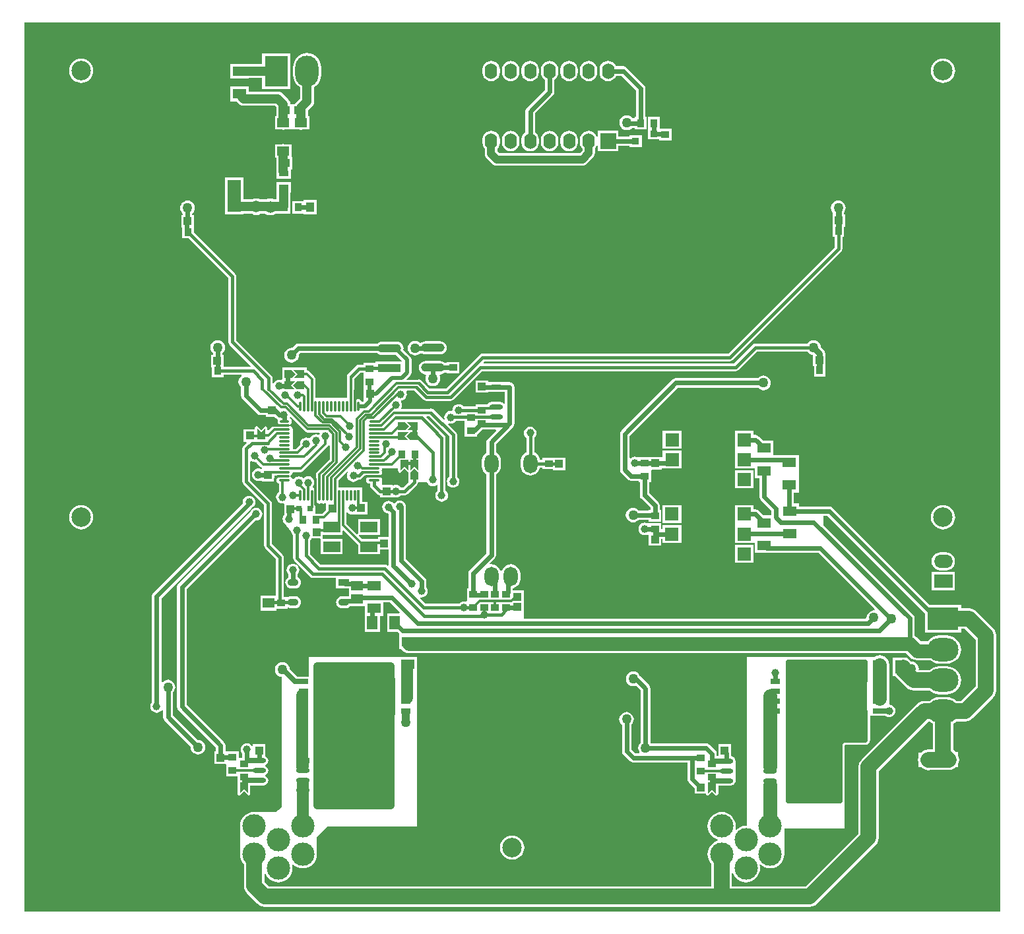
<source format=gbl>
G04 Layer_Physical_Order=2*
G04 Layer_Color=16711680*
%FSLAX43Y43*%
%MOMM*%
G71*
G01*
G75*
%ADD10R,1.000X1.000*%
%ADD11R,0.950X0.900*%
%ADD12R,0.950X0.900*%
%ADD14R,1.000X1.000*%
%ADD17R,0.900X1.000*%
%ADD18R,1.000X0.900*%
%ADD19O,1.400X0.900*%
%ADD20R,1.400X0.900*%
%ADD22O,1.750X0.650*%
%ADD23R,1.750X0.650*%
%ADD25C,0.600*%
%ADD26C,1.000*%
%ADD27C,0.400*%
%ADD28C,1.500*%
%ADD29C,0.300*%
%ADD32C,3.000*%
%ADD33C,4.800*%
%ADD34O,1.800X2.500*%
%ADD35R,4.000X3.000*%
%ADD36O,4.000X3.000*%
%ADD37O,3.000X4.000*%
%ADD38R,3.000X4.000*%
%ADD39O,1.600X2.000*%
%ADD40R,2.000X2.000*%
%ADD41O,2.400X1.700*%
%ADD42R,2.400X1.700*%
%ADD43C,2.500*%
%ADD44C,1.524*%
%ADD45C,1.000*%
%ADD46C,0.800*%
%ADD47C,1.270*%
%ADD48R,1.800X1.300*%
%ADD49R,1.800X1.700*%
%ADD50R,1.300X1.800*%
%ADD51R,1.200X0.650*%
%ADD52R,0.500X0.700*%
%ADD53R,4.500X4.700*%
%ADD54R,1.016X0.813*%
%ADD55R,1.340X1.800*%
%ADD56R,1.600X1.300*%
%ADD57R,1.500X1.300*%
%ADD58R,2.200X1.400*%
%ADD59R,0.813X1.016*%
%ADD60O,3.000X1.100*%
%ADD61R,3.000X1.100*%
%ADD62O,1.475X0.300*%
%ADD63O,1.200X0.300*%
%ADD64O,0.300X1.200*%
%ADD65O,0.300X1.475*%
%ADD66R,0.300X1.475*%
%ADD67R,1.250X0.800*%
%ADD68R,1.800X4.100*%
%ADD69R,0.762X0.762*%
%ADD70R,1.100X1.250*%
%ADD71R,1.550X1.150*%
%ADD72C,0.800*%
%ADD73C,0.350*%
%ADD74C,1.200*%
%ADD75C,2.000*%
%ADD76C,0.500*%
%ADD77C,1.800*%
%ADD78C,0.254*%
%ADD79C,0.650*%
%ADD80R,8.410X4.680*%
%ADD81R,6.630X4.690*%
%ADD82R,9.800X10.060*%
%ADD83R,9.400X17.900*%
%ADD84R,6.970X7.970*%
G36*
X125592Y408D02*
X408D01*
Y114592D01*
X125592D01*
Y408D01*
D02*
G37*
%LPC*%
G36*
X113730Y33040D02*
X111830D01*
Y30640D01*
X112158D01*
X112263Y30503D01*
X113583Y29183D01*
X113583Y29183D01*
X113854Y28974D01*
X114171Y28843D01*
X114510Y28799D01*
X116560D01*
X116795Y28606D01*
X117108Y28439D01*
X117447Y28336D01*
X117800Y28301D01*
X118800D01*
X119153Y28336D01*
X119492Y28439D01*
X119805Y28606D01*
X120079Y28831D01*
X120304Y29105D01*
X120471Y29418D01*
X120574Y29757D01*
X120609Y30110D01*
X120574Y30463D01*
X120471Y30802D01*
X120304Y31115D01*
X120079Y31389D01*
X119805Y31614D01*
X119492Y31781D01*
X119153Y31884D01*
X118800Y31919D01*
X117800D01*
X117447Y31884D01*
X117108Y31781D01*
X116795Y31614D01*
X116560Y31421D01*
X115255D01*
X115171Y31517D01*
X115183Y31610D01*
X115151Y31854D01*
X115057Y32082D01*
X114907Y32277D01*
X114712Y32427D01*
X114484Y32521D01*
X114240Y32553D01*
X114194Y32547D01*
X114117Y32647D01*
X113846Y32856D01*
X113730Y32903D01*
Y33040D01*
D02*
G37*
G36*
X78530Y31253D02*
X78286Y31221D01*
X78058Y31127D01*
X77863Y30977D01*
X77713Y30782D01*
X77619Y30554D01*
X77587Y30310D01*
X77619Y30066D01*
X77713Y29838D01*
X77863Y29643D01*
X78058Y29493D01*
X78286Y29399D01*
X78530Y29367D01*
X78774Y29399D01*
X78895Y29449D01*
X79508Y28837D01*
Y22149D01*
X79453Y22107D01*
X79303Y21912D01*
X79209Y21684D01*
X79177Y21440D01*
X79209Y21196D01*
X79303Y20968D01*
X79351Y20906D01*
X79295Y20792D01*
X78813D01*
X78332Y21273D01*
Y24449D01*
X78337Y24453D01*
X78487Y24648D01*
X78581Y24876D01*
X78613Y25120D01*
X78581Y25364D01*
X78487Y25592D01*
X78337Y25787D01*
X78142Y25937D01*
X77914Y26031D01*
X77670Y26063D01*
X77426Y26031D01*
X77198Y25937D01*
X77003Y25787D01*
X76853Y25592D01*
X76759Y25364D01*
X76727Y25120D01*
X76759Y24876D01*
X76853Y24648D01*
X77003Y24453D01*
X77108Y24373D01*
Y21020D01*
X77155Y20786D01*
X77287Y20587D01*
X78127Y19747D01*
X78326Y19615D01*
X78560Y19568D01*
X85478D01*
Y17480D01*
X85525Y17246D01*
X85657Y17047D01*
X86410Y16295D01*
Y15560D01*
X87837D01*
X87849Y15498D01*
X87916Y15398D01*
X88015Y15332D01*
X88132Y15309D01*
Y15361D01*
X88640Y15869D01*
X89148Y15361D01*
Y15309D01*
X89265Y15332D01*
X89364Y15398D01*
X89431Y15498D01*
X89454Y15615D01*
X89454Y15615D01*
Y16377D01*
X89448Y16406D01*
Y16598D01*
X91030D01*
X91274Y16646D01*
X91481Y16784D01*
X91619Y16991D01*
X91650Y17147D01*
X91650Y17150D01*
X91650Y17150D01*
X91667Y17235D01*
X91667Y17270D01*
X91667D01*
X91667Y18949D01*
X91667Y19775D01*
X91667Y19769D01*
X91666Y19765D01*
X91666Y19770D01*
X91667Y19775D01*
X91619Y20019D01*
X91481Y20226D01*
X91274Y20364D01*
X91092Y20400D01*
Y20720D01*
X91080Y20779D01*
Y21920D01*
X89480D01*
Y21179D01*
X89468Y21120D01*
X89480Y21061D01*
Y20412D01*
X89242D01*
Y20700D01*
X89195Y20934D01*
X89063Y21133D01*
X88323Y21873D01*
X88124Y22005D01*
X87890Y22052D01*
X80829D01*
X80787Y22107D01*
X80732Y22149D01*
Y29090D01*
X80685Y29324D01*
X80553Y29523D01*
X79384Y30691D01*
X79347Y30782D01*
X79197Y30977D01*
X79002Y31127D01*
X78774Y31221D01*
X78530Y31253D01*
D02*
G37*
G36*
X34870Y45077D02*
X34661Y45049D01*
X34467Y44969D01*
X34299Y44841D01*
X34171Y44673D01*
X34091Y44479D01*
X34063Y44270D01*
X34091Y44061D01*
X34171Y43867D01*
X34258Y43753D01*
Y43335D01*
X34115Y43225D01*
X33995Y43068D01*
X33919Y42886D01*
X33894Y42690D01*
X33919Y42494D01*
X33995Y42312D01*
X34115Y42155D01*
X34272Y42035D01*
X34454Y41959D01*
X34650Y41934D01*
X35150D01*
X35346Y41959D01*
X35528Y42035D01*
X35685Y42155D01*
X35805Y42312D01*
X35881Y42494D01*
X35906Y42690D01*
X35881Y42886D01*
X35805Y43068D01*
X35685Y43225D01*
X35528Y43345D01*
X35482Y43364D01*
Y43753D01*
X35569Y43867D01*
X35649Y44061D01*
X35677Y44270D01*
X35649Y44479D01*
X35569Y44673D01*
X35441Y44841D01*
X35273Y44969D01*
X35079Y45049D01*
X34870Y45077D01*
D02*
G37*
G36*
X119820Y44000D02*
X116820D01*
Y41700D01*
X119820D01*
Y44000D01*
D02*
G37*
G36*
X29250Y53807D02*
X29041Y53779D01*
X28847Y53699D01*
X28679Y53571D01*
X28551Y53403D01*
X28471Y53209D01*
X28443Y53000D01*
X28461Y52866D01*
X16937Y41343D01*
X16805Y41144D01*
X16758Y40910D01*
Y27277D01*
X16671Y27163D01*
X16591Y26969D01*
X16563Y26760D01*
X16591Y26551D01*
X16671Y26357D01*
X16799Y26189D01*
X16967Y26061D01*
X17161Y25981D01*
X17370Y25953D01*
X17579Y25981D01*
X17773Y26061D01*
X17941Y26189D01*
X18069Y26357D01*
X18091Y26411D01*
X18218Y26385D01*
Y25400D01*
X18265Y25166D01*
X18397Y24967D01*
X21756Y21609D01*
X21747Y21540D01*
X21779Y21296D01*
X21873Y21068D01*
X22023Y20873D01*
X22218Y20723D01*
X22446Y20629D01*
X22690Y20597D01*
X22934Y20629D01*
X23162Y20723D01*
X23357Y20873D01*
X23507Y21068D01*
X23601Y21296D01*
X23633Y21540D01*
X23601Y21784D01*
X23507Y22012D01*
X23357Y22207D01*
X23162Y22357D01*
X22934Y22451D01*
X22690Y22483D01*
X22621Y22474D01*
X19442Y25653D01*
Y28551D01*
X19497Y28593D01*
X19647Y28788D01*
X19741Y29016D01*
X19773Y29260D01*
X19741Y29504D01*
X19647Y29732D01*
X19497Y29927D01*
X19302Y30077D01*
X19074Y30171D01*
X18830Y30203D01*
X18586Y30171D01*
X18358Y30077D01*
X18163Y29927D01*
X18109Y29856D01*
X17982Y29899D01*
Y40657D01*
X29523Y52197D01*
X29568Y52266D01*
X29653Y52301D01*
X29821Y52429D01*
X29949Y52597D01*
X30029Y52791D01*
X30057Y53000D01*
X30029Y53209D01*
X29949Y53403D01*
X29821Y53571D01*
X29653Y53699D01*
X29459Y53779D01*
X29250Y53807D01*
D02*
G37*
G36*
X63000Y10208D02*
X62696Y10178D01*
X62404Y10089D01*
X62135Y9945D01*
X61899Y9751D01*
X61705Y9515D01*
X61561Y9246D01*
X61472Y8954D01*
X61443Y8650D01*
X61472Y8346D01*
X61561Y8054D01*
X61705Y7785D01*
X61899Y7549D01*
X62135Y7355D01*
X62404Y7211D01*
X62696Y7122D01*
X63000Y7093D01*
X63304Y7122D01*
X63596Y7211D01*
X63865Y7355D01*
X64101Y7549D01*
X64295Y7785D01*
X64439Y8054D01*
X64528Y8346D01*
X64558Y8650D01*
X64528Y8954D01*
X64439Y9246D01*
X64295Y9515D01*
X64101Y9751D01*
X63865Y9945D01*
X63596Y10089D01*
X63304Y10178D01*
X63000Y10208D01*
D02*
G37*
G36*
X34530Y110620D02*
X30930D01*
Y109228D01*
X29230D01*
Y109240D01*
X26830D01*
Y107340D01*
X29230D01*
Y107412D01*
X30930D01*
Y106020D01*
X34530D01*
Y110620D01*
D02*
G37*
G36*
X95260Y69243D02*
X95016Y69211D01*
X94788Y69117D01*
X94593Y68967D01*
X94551Y68912D01*
X84010D01*
X83776Y68865D01*
X83577Y68733D01*
X77027Y62183D01*
X76895Y61984D01*
X76848Y61750D01*
Y57130D01*
X76895Y56896D01*
X77027Y56697D01*
X77817Y55907D01*
X78016Y55775D01*
X78250Y55728D01*
X79210D01*
Y55590D01*
X79398D01*
Y53870D01*
X79445Y53636D01*
X79577Y53437D01*
X80718Y52297D01*
Y52000D01*
X80530D01*
Y51942D01*
X79229D01*
X79187Y51997D01*
X78992Y52147D01*
X78764Y52241D01*
X78520Y52273D01*
X78276Y52241D01*
X78048Y52147D01*
X77853Y51997D01*
X77703Y51802D01*
X77609Y51574D01*
X77577Y51330D01*
X77609Y51086D01*
X77703Y50858D01*
X77853Y50663D01*
X78048Y50513D01*
X78276Y50419D01*
X78520Y50387D01*
X78764Y50419D01*
X78992Y50513D01*
X79187Y50663D01*
X79229Y50718D01*
X80530D01*
Y50500D01*
X82130D01*
Y52000D01*
X81942D01*
Y52550D01*
X81895Y52784D01*
X81763Y52983D01*
X80622Y54123D01*
Y55590D01*
X80810D01*
Y57090D01*
X80899Y57180D01*
X82190D01*
Y57368D01*
X82320D01*
Y57300D01*
X84720D01*
Y59600D01*
X82320D01*
Y58592D01*
X82190D01*
Y58780D01*
X80810D01*
Y58790D01*
X79210D01*
Y58788D01*
X79083Y58726D01*
X78929Y58789D01*
X78720Y58817D01*
X78511Y58789D01*
X78317Y58709D01*
X78199Y58618D01*
X78072Y58681D01*
Y61497D01*
X84263Y67688D01*
X94551D01*
X94593Y67633D01*
X94788Y67483D01*
X95016Y67389D01*
X95260Y67357D01*
X95504Y67389D01*
X95732Y67483D01*
X95927Y67633D01*
X96077Y67828D01*
X96171Y68056D01*
X96203Y68300D01*
X96171Y68544D01*
X96077Y68772D01*
X95927Y68967D01*
X95732Y69117D01*
X95504Y69211D01*
X95260Y69243D01*
D02*
G37*
G36*
X104850Y91713D02*
X104606Y91681D01*
X104378Y91587D01*
X104183Y91437D01*
X104033Y91242D01*
X103939Y91014D01*
X103907Y90770D01*
X103939Y90526D01*
X104033Y90298D01*
X104144Y90154D01*
Y89930D01*
X104100D01*
Y88630D01*
X104100D01*
Y87030D01*
X104340D01*
Y85711D01*
X90709Y72080D01*
X59210D01*
X59015Y72041D01*
X58850Y71930D01*
X54509Y67590D01*
X52361D01*
X51380Y68570D01*
X51215Y68681D01*
X51020Y68720D01*
X50825Y68681D01*
X50807Y68669D01*
X49518D01*
X49469Y68786D01*
X49907Y69223D01*
X50028Y69405D01*
X50071Y69620D01*
Y71270D01*
X50028Y71485D01*
X49907Y71667D01*
X49050Y72523D01*
X49050Y72523D01*
X49080Y72745D01*
X49050Y72967D01*
X48965Y73174D01*
X48828Y73351D01*
X48651Y73487D01*
X48444Y73573D01*
X48222Y73602D01*
X46322D01*
X46100Y73573D01*
X45894Y73487D01*
X45723Y73357D01*
X35585D01*
X35351Y73310D01*
X35152Y73178D01*
X34759Y72784D01*
X34690Y72793D01*
X34446Y72761D01*
X34218Y72667D01*
X34023Y72517D01*
X33873Y72322D01*
X33779Y72094D01*
X33747Y71850D01*
X33779Y71606D01*
X33873Y71378D01*
X34023Y71183D01*
X34218Y71033D01*
X34446Y70939D01*
X34690Y70907D01*
X34934Y70939D01*
X35162Y71033D01*
X35357Y71183D01*
X35507Y71378D01*
X35601Y71606D01*
X35633Y71850D01*
X35624Y71919D01*
X35838Y72133D01*
X45723D01*
X45894Y72003D01*
X46100Y71917D01*
X46322Y71888D01*
X48099D01*
X48825Y71162D01*
X48776Y71045D01*
X45472D01*
Y70900D01*
X43930D01*
Y70660D01*
X43340D01*
X43145Y70621D01*
X42980Y70510D01*
X41927Y69458D01*
X41816Y69292D01*
X41777Y69097D01*
X41816Y68902D01*
X41828Y68884D01*
Y66388D01*
X37746D01*
X37746Y66388D01*
Y68793D01*
X37711Y68968D01*
X37612Y69117D01*
X36954Y69774D01*
X36806Y69874D01*
X36634Y69908D01*
Y70258D01*
X35766D01*
X35737Y70264D01*
X34975D01*
X34975Y70264D01*
X34919Y70258D01*
Y70258D01*
X34750D01*
X34721Y70264D01*
X34721Y70264D01*
X34467D01*
X34437Y70258D01*
X33506D01*
Y68729D01*
X33379Y68644D01*
X33319Y68669D01*
X33110Y68697D01*
X32901Y68669D01*
X32707Y68589D01*
X32539Y68461D01*
X32411Y68293D01*
X32377Y68210D01*
X32250Y68236D01*
Y68910D01*
X32211Y69105D01*
X32100Y69270D01*
X27610Y73761D01*
Y81950D01*
X27571Y82145D01*
X27460Y82310D01*
X22150Y87621D01*
Y88440D01*
X22140D01*
Y89840D01*
X21942D01*
Y90033D01*
X22007Y90083D01*
X22157Y90278D01*
X22251Y90506D01*
X22283Y90750D01*
X22251Y90994D01*
X22157Y91222D01*
X22007Y91417D01*
X21812Y91567D01*
X21584Y91661D01*
X21340Y91693D01*
X21096Y91661D01*
X20868Y91567D01*
X20673Y91417D01*
X20523Y91222D01*
X20429Y90994D01*
X20397Y90750D01*
X20429Y90506D01*
X20523Y90278D01*
X20673Y90083D01*
X20718Y90049D01*
Y89840D01*
X20540D01*
Y88240D01*
X20650D01*
Y86840D01*
X21489D01*
X26590Y81739D01*
Y73550D01*
X26629Y73355D01*
X26740Y73190D01*
X29482Y70447D01*
X29433Y70330D01*
X25970D01*
Y71890D01*
X25832D01*
Y72131D01*
X25887Y72173D01*
X26037Y72368D01*
X26131Y72596D01*
X26163Y72840D01*
X26131Y73084D01*
X26037Y73312D01*
X25887Y73507D01*
X25692Y73657D01*
X25464Y73751D01*
X25220Y73783D01*
X24976Y73751D01*
X24748Y73657D01*
X24553Y73507D01*
X24403Y73312D01*
X24309Y73084D01*
X24277Y72840D01*
X24309Y72596D01*
X24403Y72368D01*
X24553Y72173D01*
X24608Y72131D01*
Y71890D01*
X24370D01*
Y70290D01*
X24470D01*
Y69020D01*
X25970D01*
Y69310D01*
X28228D01*
X28271Y69183D01*
X28158Y69097D01*
X28008Y68902D01*
X27914Y68674D01*
X27882Y68430D01*
X27914Y68186D01*
X28008Y67958D01*
X28158Y67763D01*
X28213Y67721D01*
Y66665D01*
X28260Y66431D01*
X28392Y66232D01*
X30287Y64337D01*
X30486Y64205D01*
X30720Y64158D01*
X31397D01*
Y63970D01*
X32485D01*
X32687Y63767D01*
X32886Y63635D01*
X32891Y63634D01*
X32939Y63517D01*
X32925Y63496D01*
X32890Y63320D01*
X32925Y63144D01*
X33025Y62996D01*
X33058Y62973D01*
X33084Y62803D01*
X33064Y62779D01*
X32517D01*
X32342Y62744D01*
X32193Y62644D01*
X31718Y62170D01*
X31601Y62219D01*
Y62465D01*
X31601Y62465D01*
X31578Y62582D01*
X31511Y62682D01*
X31412Y62748D01*
X31295Y62771D01*
Y62719D01*
X30787Y62211D01*
X30279Y62719D01*
Y62771D01*
X30162Y62748D01*
X30063Y62682D01*
X29997Y62582D01*
X29973Y62465D01*
X29973Y62465D01*
Y62340D01*
X28560D01*
Y60740D01*
X28853D01*
X28902Y60623D01*
X28520Y60240D01*
X28409Y60075D01*
X28370Y59880D01*
Y55620D01*
X28409Y55425D01*
X28520Y55260D01*
X31150Y52629D01*
Y47430D01*
X31189Y47235D01*
X31300Y47070D01*
X32670Y45699D01*
Y40970D01*
X30690D01*
Y39070D01*
X32790D01*
Y39320D01*
X34160D01*
Y39430D01*
X34168Y39434D01*
X34287Y39479D01*
X34454Y39409D01*
X34650Y39384D01*
X35150D01*
X35346Y39409D01*
X35528Y39485D01*
X35685Y39605D01*
X35805Y39762D01*
X35881Y39944D01*
X35906Y40140D01*
X35881Y40336D01*
X35805Y40518D01*
X35685Y40675D01*
X35528Y40795D01*
X35346Y40871D01*
X35150Y40896D01*
X34650D01*
X34454Y40871D01*
X34287Y40801D01*
X34160Y40820D01*
Y40820D01*
X33690D01*
Y45910D01*
X33651Y46105D01*
X33540Y46270D01*
X32170Y47641D01*
Y52840D01*
X32131Y53035D01*
X32020Y53200D01*
X29390Y55831D01*
Y58197D01*
X29517Y58259D01*
X29567Y58221D01*
X29761Y58141D01*
X29970Y58113D01*
X30110Y58131D01*
X30746Y57496D01*
X30894Y57396D01*
X30893Y57387D01*
X30870Y57270D01*
X30743Y57238D01*
X30619Y57289D01*
X30410Y57317D01*
X30201Y57289D01*
X30007Y57209D01*
X29839Y57081D01*
X29711Y56913D01*
X29631Y56719D01*
X29603Y56510D01*
X29631Y56301D01*
X29711Y56107D01*
X29839Y55939D01*
X30007Y55811D01*
X30201Y55731D01*
X30410Y55703D01*
X30619Y55731D01*
X30743Y55782D01*
X30870Y55702D01*
Y55670D01*
X32470D01*
Y56361D01*
X32927D01*
X32946Y56337D01*
X32920Y56167D01*
X32887Y56144D01*
X32788Y55996D01*
X32753Y55820D01*
X32788Y55644D01*
X32887Y55496D01*
X33036Y55396D01*
X33051Y55393D01*
Y54296D01*
X32939Y54211D01*
X32811Y54043D01*
X32731Y53849D01*
X32703Y53640D01*
X32731Y53431D01*
X32811Y53237D01*
X32939Y53069D01*
X33107Y52941D01*
X33301Y52861D01*
X33510Y52833D01*
X33610Y52846D01*
X33737Y52736D01*
Y51702D01*
X33728Y51657D01*
Y51357D01*
X33641Y51243D01*
X33561Y51049D01*
X33533Y50840D01*
X33561Y50631D01*
X33641Y50437D01*
X33769Y50269D01*
X33774Y50266D01*
X34611Y49191D01*
X34691Y48997D01*
X34819Y48829D01*
X34880Y48783D01*
Y45800D01*
X34919Y45605D01*
X35030Y45440D01*
X37070Y43400D01*
X37235Y43289D01*
X37430Y43250D01*
X40400D01*
Y41940D01*
X41491D01*
X41550Y41928D01*
X42060D01*
Y40902D01*
X41550D01*
X41523Y40896D01*
X41150D01*
X40954Y40871D01*
X40772Y40795D01*
X40615Y40675D01*
X40495Y40518D01*
X40419Y40336D01*
X40394Y40140D01*
X40419Y39944D01*
X40495Y39762D01*
X40615Y39605D01*
X40772Y39485D01*
X40954Y39409D01*
X41150Y39384D01*
X41650D01*
X41846Y39409D01*
X42028Y39485D01*
X42178Y39600D01*
X44100D01*
Y38740D01*
X44100D01*
Y36340D01*
X46040D01*
Y38400D01*
X46500D01*
Y40158D01*
X47287D01*
X48588Y38857D01*
X48539Y38740D01*
X46960D01*
Y36340D01*
X48265D01*
X48483Y36122D01*
X48520Y36010D01*
X48520Y36010D01*
X48520D01*
X48520Y36010D01*
Y34110D01*
X48757D01*
X48884Y33944D01*
X49135Y33752D01*
X49427Y33631D01*
X49740Y33590D01*
X113539D01*
X114074Y33054D01*
X114325Y32862D01*
X114617Y32741D01*
X114930Y32700D01*
X116632D01*
X116795Y32566D01*
X117108Y32399D01*
X117447Y32296D01*
X117800Y32261D01*
X118800D01*
X119153Y32296D01*
X119492Y32399D01*
X119805Y32566D01*
X120079Y32791D01*
X120304Y33065D01*
X120471Y33378D01*
X120574Y33717D01*
X120609Y34070D01*
X120574Y34423D01*
X120471Y34762D01*
X120304Y35075D01*
X120079Y35349D01*
X119805Y35574D01*
X119492Y35741D01*
X119153Y35844D01*
X118800Y35879D01*
X117800D01*
X117447Y35844D01*
X117108Y35741D01*
X116795Y35574D01*
X116521Y35349D01*
X116333Y35120D01*
X115431D01*
X114896Y35656D01*
X114652Y35843D01*
Y38080D01*
X114605Y38314D01*
X114473Y38513D01*
X102940Y50045D01*
Y51208D01*
X103467D01*
X116000Y38675D01*
Y36230D01*
X120600D01*
Y36719D01*
X121097D01*
X122489Y35327D01*
Y29373D01*
X120577Y27461D01*
X120040D01*
X119805Y27654D01*
X119492Y27821D01*
X119153Y27924D01*
X118800Y27959D01*
X117800D01*
X117447Y27924D01*
X117108Y27821D01*
X116795Y27654D01*
X116560Y27461D01*
X115870D01*
X115870Y27461D01*
X115531Y27417D01*
X115214Y27286D01*
X114943Y27077D01*
X114943Y27077D01*
X107813Y19947D01*
X107604Y19676D01*
X107473Y19359D01*
X107429Y19020D01*
X107429Y19020D01*
Y10463D01*
X100627Y3661D01*
X91191D01*
Y5324D01*
X91318Y5343D01*
X91329Y5308D01*
X91496Y4995D01*
X91721Y4721D01*
X91995Y4496D01*
X92308Y4329D01*
X92647Y4226D01*
X93000Y4191D01*
X93353Y4226D01*
X93692Y4329D01*
X94005Y4496D01*
X94279Y4721D01*
X94504Y4995D01*
X94671Y5308D01*
X94774Y5647D01*
X94809Y6000D01*
X94774Y6353D01*
X94748Y6438D01*
X94792Y6477D01*
X94860Y6505D01*
X95115Y6296D01*
X95428Y6129D01*
X95767Y6026D01*
X96120Y5991D01*
X96473Y6026D01*
X96812Y6129D01*
X97125Y6296D01*
X97399Y6521D01*
X97624Y6795D01*
X97791Y7108D01*
X97894Y7447D01*
X97929Y7800D01*
Y11090D01*
X105642D01*
Y21747D01*
X105723Y21828D01*
X108300D01*
X108534Y21875D01*
X108733Y22007D01*
X108865Y22206D01*
X108912Y22440D01*
Y25459D01*
X108950Y25570D01*
X109788D01*
X109850Y25558D01*
X110891D01*
X110972Y25496D01*
X111166Y25416D01*
X111375Y25388D01*
X111584Y25416D01*
X111778Y25496D01*
X111946Y25624D01*
X112074Y25792D01*
X112154Y25986D01*
X112182Y26195D01*
X112154Y26404D01*
X112074Y26598D01*
X111946Y26766D01*
X111778Y26894D01*
X111584Y26974D01*
X111375Y27002D01*
X111370Y27006D01*
Y28439D01*
Y30005D01*
Y32130D01*
X111329Y32443D01*
X111208Y32735D01*
X111016Y32986D01*
X110765Y33178D01*
X110473Y33299D01*
X110160Y33340D01*
X109847Y33299D01*
X109555Y33178D01*
X109466Y33110D01*
X108309D01*
X108300Y33112D01*
X99411D01*
X99390Y33140D01*
Y33140D01*
X93090D01*
Y11519D01*
X92996Y11434D01*
X92995Y11434D01*
X92642Y11399D01*
X92303Y11296D01*
X91990Y11129D01*
X91752Y10934D01*
X91642Y11008D01*
X91654Y11047D01*
X91689Y11400D01*
X91654Y11753D01*
X91551Y12092D01*
X91384Y12405D01*
X91159Y12679D01*
X90885Y12904D01*
X90572Y13071D01*
X90233Y13174D01*
X89880Y13209D01*
X89527Y13174D01*
X89188Y13071D01*
X88875Y12904D01*
X88601Y12679D01*
X88376Y12405D01*
X88209Y12092D01*
X88106Y11753D01*
X88071Y11400D01*
X88106Y11047D01*
X88209Y10708D01*
X88376Y10395D01*
X88601Y10121D01*
X88875Y9896D01*
X89188Y9729D01*
X89394Y9666D01*
Y9534D01*
X89188Y9471D01*
X88875Y9304D01*
X88601Y9079D01*
X88376Y8805D01*
X88209Y8492D01*
X88106Y8153D01*
X88071Y7800D01*
X88106Y7447D01*
X88209Y7108D01*
X88376Y6795D01*
X88569Y6560D01*
Y3661D01*
X31803D01*
X31191Y4273D01*
Y5324D01*
X31318Y5343D01*
X31329Y5308D01*
X31496Y4995D01*
X31721Y4721D01*
X31995Y4496D01*
X32308Y4329D01*
X32647Y4226D01*
X33000Y4191D01*
X33353Y4226D01*
X33692Y4329D01*
X34005Y4496D01*
X34279Y4721D01*
X34504Y4995D01*
X34671Y5308D01*
X34774Y5647D01*
X34809Y6000D01*
X34774Y6353D01*
X34748Y6438D01*
X34792Y6477D01*
X34860Y6505D01*
X35115Y6296D01*
X35428Y6129D01*
X35767Y6026D01*
X36120Y5991D01*
X36473Y6026D01*
X36812Y6129D01*
X37125Y6296D01*
X37399Y6521D01*
X37624Y6795D01*
X37791Y7108D01*
X37894Y7447D01*
X37920Y7710D01*
X37929D01*
Y9908D01*
X39297Y11340D01*
X50820D01*
Y31210D01*
Y33110D01*
X48420D01*
Y33100D01*
X36880D01*
Y30580D01*
X36022D01*
X35935Y30597D01*
X35394D01*
X34436Y31555D01*
X34411Y31744D01*
X34317Y31972D01*
X34167Y32167D01*
X33972Y32317D01*
X33744Y32411D01*
X33500Y32443D01*
X33256Y32411D01*
X33028Y32317D01*
X32833Y32167D01*
X32683Y31972D01*
X32589Y31744D01*
X32557Y31500D01*
X32589Y31256D01*
X32683Y31028D01*
X32833Y30833D01*
X33028Y30683D01*
X33256Y30589D01*
X33420Y30567D01*
Y13825D01*
X32629Y13209D01*
X29880D01*
X29527Y13174D01*
X29188Y13071D01*
X28875Y12904D01*
X28601Y12679D01*
X28376Y12405D01*
X28209Y12092D01*
X28106Y11753D01*
X28071Y11400D01*
Y7660D01*
X28085D01*
X28106Y7447D01*
X28209Y7108D01*
X28376Y6795D01*
X28569Y6560D01*
Y3730D01*
X28569Y3730D01*
X28613Y3391D01*
X28744Y3074D01*
X28953Y2803D01*
X30333Y1423D01*
X30333Y1423D01*
X30604Y1214D01*
X30921Y1083D01*
X31260Y1039D01*
X31260Y1039D01*
X101170D01*
X101170Y1039D01*
X101509Y1083D01*
X101826Y1214D01*
X102097Y1423D01*
X109667Y8993D01*
X109876Y9264D01*
X110007Y9581D01*
X110051Y9920D01*
X110051Y9920D01*
Y18477D01*
X116413Y24839D01*
X116560D01*
X116795Y24646D01*
X116989Y24543D01*
Y21251D01*
X116410D01*
X116410Y21251D01*
X116071Y21207D01*
X115754Y21076D01*
X115483Y20867D01*
X115466Y20850D01*
X115170D01*
Y20400D01*
X115103Y20239D01*
X115059Y19900D01*
X115103Y19561D01*
X115170Y19400D01*
Y18950D01*
X115473D01*
X115714Y18764D01*
X116031Y18633D01*
X116370Y18589D01*
X116674Y18629D01*
X119040D01*
X119379Y18673D01*
X119696Y18804D01*
X119937Y18990D01*
X120240D01*
Y19440D01*
X120307Y19601D01*
X120351Y19940D01*
X120307Y20279D01*
X120240Y20440D01*
Y20890D01*
X119944D01*
X119611Y21223D01*
Y24543D01*
X119805Y24646D01*
X120040Y24839D01*
X121120D01*
X121120Y24839D01*
X121459Y24883D01*
X121776Y25014D01*
X122047Y25223D01*
X124727Y27903D01*
X124727Y27903D01*
X124936Y28174D01*
X125067Y28491D01*
X125111Y28830D01*
Y35870D01*
X125067Y36209D01*
X124936Y36526D01*
X124727Y36797D01*
X124727Y36797D01*
X122567Y38957D01*
X122296Y39166D01*
X121979Y39297D01*
X121640Y39341D01*
X121640Y39341D01*
X120600D01*
Y39830D01*
X116575D01*
X104153Y52253D01*
X103954Y52385D01*
X103720Y52432D01*
X99820D01*
Y52810D01*
X99152D01*
Y54230D01*
X99780D01*
Y55880D01*
Y57130D01*
Y59030D01*
X98489D01*
X98430Y59042D01*
X96540D01*
Y60860D01*
X95255D01*
X94683Y61433D01*
X94484Y61565D01*
X94250Y61612D01*
X93970D01*
Y62150D01*
X91570D01*
Y60330D01*
X91570Y60330D01*
X91570Y60330D01*
Y59600D01*
X91570D01*
Y57300D01*
X93540D01*
X93540Y57300D01*
X93540Y57300D01*
X94140D01*
Y56060D01*
X94728D01*
Y53660D01*
X94775Y53426D01*
X94907Y53227D01*
X96248Y51887D01*
Y51290D01*
X95265D01*
X94673Y51883D01*
X94474Y52015D01*
X94240Y52062D01*
X93960D01*
Y52600D01*
X91560D01*
Y50300D01*
X91570D01*
Y50050D01*
X91560D01*
Y47750D01*
X93960D01*
Y47760D01*
X94150D01*
Y46490D01*
X95641D01*
X95700Y46478D01*
X102307D01*
X109575Y39209D01*
X109516Y39089D01*
X109410Y39103D01*
X109166Y39071D01*
X108938Y38977D01*
X108743Y38827D01*
X108593Y38632D01*
X108499Y38404D01*
X108467Y38160D01*
X108363Y38052D01*
X64470D01*
Y40030D01*
X64480D01*
Y41630D01*
X63052D01*
Y41929D01*
X63143Y41941D01*
X63435Y42062D01*
X63686Y42254D01*
X63878Y42505D01*
X63999Y42797D01*
X64040Y43110D01*
Y43810D01*
X63999Y44123D01*
X63878Y44415D01*
X63686Y44666D01*
X63435Y44858D01*
X63143Y44979D01*
X62830Y45020D01*
X62517Y44979D01*
X62225Y44858D01*
X61974Y44666D01*
X61782Y44415D01*
X61661Y44123D01*
X61644Y43995D01*
X61516D01*
X61499Y44123D01*
X61378Y44415D01*
X61186Y44666D01*
X60935Y44858D01*
X60643Y44979D01*
X60330Y45020D01*
X60186Y45001D01*
X60127Y45122D01*
X60763Y45757D01*
X60895Y45956D01*
X60942Y46190D01*
Y56567D01*
X61186Y56754D01*
X61378Y57005D01*
X61499Y57297D01*
X61540Y57610D01*
Y58310D01*
X61499Y58623D01*
X61378Y58915D01*
X61186Y59166D01*
X60942Y59353D01*
Y60467D01*
X62943Y62467D01*
X63113Y62637D01*
X63245Y62836D01*
X63292Y63070D01*
Y67774D01*
X63245Y68008D01*
X63113Y68207D01*
X62914Y68339D01*
X62680Y68386D01*
X61586D01*
X61458Y68411D01*
X60358D01*
X60230Y68386D01*
X59890D01*
Y68630D01*
X58290D01*
Y67030D01*
X59890D01*
Y67162D01*
X60230D01*
X60358Y67137D01*
X61458D01*
X61586Y67162D01*
X62068D01*
Y65674D01*
X61941Y65636D01*
X61909Y65685D01*
X61702Y65823D01*
X61458Y65871D01*
X60358D01*
X60114Y65823D01*
X59907Y65685D01*
X59797Y65519D01*
X59120D01*
X59076Y65510D01*
X58290D01*
Y65270D01*
X56747D01*
X56701Y65331D01*
X56533Y65459D01*
X56339Y65539D01*
X56130Y65567D01*
X55921Y65539D01*
X55727Y65459D01*
X55559Y65331D01*
X55431Y65163D01*
X55351Y64969D01*
X55325Y64777D01*
X55323Y64760D01*
X55206Y64673D01*
X55100Y64687D01*
X54891Y64659D01*
X54697Y64579D01*
X54529Y64451D01*
X54401Y64283D01*
X54321Y64089D01*
X54293Y63880D01*
X54321Y63671D01*
X54329Y63651D01*
X54221Y63579D01*
X52960Y64840D01*
X52794Y64951D01*
X52599Y64990D01*
X52404Y64951D01*
X52386Y64939D01*
X48837D01*
X48781Y65066D01*
X48849Y65231D01*
X48877Y65440D01*
X48849Y65649D01*
X48769Y65843D01*
X48732Y65892D01*
X48788Y66027D01*
X48889Y66041D01*
X49083Y66121D01*
X49251Y66249D01*
X49379Y66417D01*
X49459Y66611D01*
X49487Y66820D01*
X49459Y67029D01*
X49407Y67154D01*
X49487Y67281D01*
X50448D01*
X51600Y66130D01*
X51765Y66019D01*
X51960Y65980D01*
X55120D01*
X55315Y66019D01*
X55480Y66130D01*
X59161Y69810D01*
X91690D01*
X91885Y69849D01*
X92050Y69960D01*
X94411Y72320D01*
X100893D01*
X101013Y72163D01*
X101208Y72013D01*
X101436Y71919D01*
X101600Y71897D01*
Y70430D01*
X101720D01*
Y69130D01*
X103220D01*
Y70730D01*
X103200D01*
Y72030D01*
X103176D01*
Y72040D01*
X103152Y72223D01*
X103081Y72393D01*
X102969Y72539D01*
X102615Y72894D01*
X102591Y73074D01*
X102497Y73302D01*
X102347Y73497D01*
X102152Y73647D01*
X101924Y73741D01*
X101680Y73773D01*
X101436Y73741D01*
X101208Y73647D01*
X101013Y73497D01*
X100893Y73340D01*
X94200D01*
X94005Y73301D01*
X93840Y73190D01*
X91479Y70830D01*
X59357D01*
X59308Y70947D01*
X59421Y71060D01*
X90920D01*
X91115Y71099D01*
X91280Y71210D01*
X105210Y85140D01*
X105321Y85305D01*
X105360Y85500D01*
Y87030D01*
X105600D01*
Y88330D01*
X105700D01*
Y89930D01*
X105556D01*
Y90154D01*
X105667Y90298D01*
X105761Y90526D01*
X105793Y90770D01*
X105761Y91014D01*
X105667Y91242D01*
X105517Y91437D01*
X105322Y91587D01*
X105094Y91681D01*
X104850Y91713D01*
D02*
G37*
G36*
X118670Y46550D02*
X117970D01*
X117670Y46510D01*
X117390Y46395D01*
X117150Y46210D01*
X116965Y45970D01*
X116850Y45690D01*
X116810Y45390D01*
X116850Y45090D01*
X116965Y44810D01*
X117150Y44570D01*
X117390Y44385D01*
X117670Y44270D01*
X117970Y44230D01*
X118670D01*
X118970Y44270D01*
X119250Y44385D01*
X119490Y44570D01*
X119675Y44810D01*
X119790Y45090D01*
X119830Y45390D01*
X119790Y45690D01*
X119675Y45970D01*
X119490Y46210D01*
X119250Y46395D01*
X118970Y46510D01*
X118670Y46550D01*
D02*
G37*
G36*
X93970Y57050D02*
X91570D01*
Y54750D01*
X93970D01*
Y57050D01*
D02*
G37*
G36*
X118300Y52607D02*
X117996Y52578D01*
X117704Y52489D01*
X117435Y52345D01*
X117199Y52151D01*
X117005Y51915D01*
X116861Y51646D01*
X116772Y51354D01*
X116743Y51050D01*
X116772Y50746D01*
X116861Y50454D01*
X117005Y50185D01*
X117199Y49949D01*
X117435Y49755D01*
X117704Y49611D01*
X117996Y49522D01*
X118300Y49493D01*
X118604Y49522D01*
X118896Y49611D01*
X119165Y49755D01*
X119401Y49949D01*
X119595Y50185D01*
X119739Y50454D01*
X119828Y50746D01*
X119857Y51050D01*
X119828Y51354D01*
X119739Y51646D01*
X119595Y51915D01*
X119401Y52151D01*
X119165Y52345D01*
X118896Y52489D01*
X118604Y52578D01*
X118300Y52607D01*
D02*
G37*
G36*
X30140Y52257D02*
X29931Y52229D01*
X29737Y52149D01*
X29569Y52021D01*
X29441Y51853D01*
X29394Y51739D01*
X20177Y42523D01*
X20045Y42324D01*
X19998Y42090D01*
Y26730D01*
X20045Y26496D01*
X20177Y26297D01*
X24968Y21507D01*
Y20990D01*
X24780D01*
Y19390D01*
X26147D01*
X26261Y19357D01*
X26290Y19280D01*
X26290Y19280D01*
Y17780D01*
X27770D01*
Y16930D01*
X27772D01*
Y16446D01*
X27766Y16417D01*
Y15655D01*
X27766Y15655D01*
X27789Y15538D01*
X27856Y15438D01*
X27955Y15372D01*
X28072Y15349D01*
Y15401D01*
X28580Y15909D01*
X29088Y15401D01*
Y15349D01*
X29205Y15372D01*
X29304Y15438D01*
X29371Y15538D01*
X29394Y15655D01*
X29394Y15655D01*
Y16417D01*
X29388Y16446D01*
Y16638D01*
X31060D01*
X31304Y16686D01*
X31511Y16824D01*
X31649Y17031D01*
X31697Y17275D01*
X31649Y17519D01*
X31511Y17726D01*
X31340Y17839D01*
X31335Y17856D01*
Y17964D01*
X31340Y17981D01*
X31511Y18094D01*
X31649Y18301D01*
X31697Y18545D01*
X31649Y18789D01*
X31511Y18996D01*
X31340Y19109D01*
X31335Y19126D01*
Y19234D01*
X31340Y19251D01*
X31511Y19364D01*
X31649Y19571D01*
X31697Y19815D01*
X31649Y20059D01*
X31511Y20266D01*
X31320Y20393D01*
Y21930D01*
X29720D01*
Y21752D01*
X29593Y21709D01*
X29531Y21791D01*
X29363Y21919D01*
X29169Y21999D01*
X28960Y22027D01*
X28751Y21999D01*
X28557Y21919D01*
X28389Y21791D01*
X28261Y21623D01*
X28181Y21429D01*
X28153Y21220D01*
X28181Y21011D01*
X28261Y20817D01*
X28348Y20703D01*
Y20130D01*
X27890D01*
Y20980D01*
X26380D01*
Y20990D01*
X26192D01*
Y21760D01*
X26145Y21994D01*
X26013Y22193D01*
X21222Y26983D01*
Y41837D01*
X30041Y50656D01*
X30140Y50643D01*
X30349Y50671D01*
X30543Y50751D01*
X30711Y50879D01*
X30839Y51047D01*
X30919Y51241D01*
X30947Y51450D01*
X30919Y51659D01*
X30839Y51853D01*
X30711Y52021D01*
X30543Y52149D01*
X30349Y52229D01*
X30140Y52257D01*
D02*
G37*
G36*
X84710Y52600D02*
X82310D01*
Y50300D01*
X84710D01*
Y52600D01*
D02*
G37*
G36*
X7700Y52607D02*
X7396Y52578D01*
X7104Y52489D01*
X6835Y52345D01*
X6599Y52151D01*
X6405Y51915D01*
X6261Y51646D01*
X6172Y51354D01*
X6142Y51050D01*
X6172Y50746D01*
X6261Y50454D01*
X6405Y50185D01*
X6599Y49949D01*
X6835Y49755D01*
X7104Y49611D01*
X7396Y49522D01*
X7700Y49493D01*
X8004Y49522D01*
X8296Y49611D01*
X8565Y49755D01*
X8801Y49949D01*
X8995Y50185D01*
X9139Y50454D01*
X9228Y50746D01*
X9257Y51050D01*
X9228Y51354D01*
X9139Y51646D01*
X8995Y51915D01*
X8801Y52151D01*
X8565Y52345D01*
X8296Y52489D01*
X8004Y52578D01*
X7700Y52607D01*
D02*
G37*
G36*
X84720Y62150D02*
X82320D01*
Y59850D01*
X84720D01*
Y62150D01*
D02*
G37*
G36*
X93960Y47500D02*
X91560D01*
Y45200D01*
X93960D01*
Y47500D01*
D02*
G37*
G36*
X80000Y50367D02*
X79791Y50339D01*
X79597Y50259D01*
X79429Y50131D01*
X79301Y49963D01*
X79221Y49769D01*
X79193Y49560D01*
X79221Y49351D01*
X79301Y49157D01*
X79429Y48989D01*
X79597Y48861D01*
X79791Y48781D01*
X80000Y48753D01*
X80209Y48781D01*
X80403Y48861D01*
X80527Y48802D01*
X80530Y48798D01*
Y47410D01*
X82130D01*
Y48288D01*
X82310D01*
Y47750D01*
X84710D01*
Y50050D01*
X82310D01*
Y49512D01*
X82130D01*
Y50300D01*
X80530D01*
Y50300D01*
X80403Y50259D01*
X80209Y50339D01*
X80000Y50367D01*
D02*
G37*
G36*
X65320Y62667D02*
X65111Y62639D01*
X64917Y62559D01*
X64749Y62431D01*
X64621Y62263D01*
X64541Y62069D01*
X64513Y61860D01*
X64541Y61651D01*
X64621Y61457D01*
X64749Y61289D01*
X64820Y61235D01*
Y59398D01*
X64725Y59358D01*
X64474Y59166D01*
X64282Y58915D01*
X64161Y58623D01*
X64120Y58310D01*
Y57610D01*
X64161Y57297D01*
X64282Y57005D01*
X64474Y56754D01*
X64725Y56562D01*
X65017Y56441D01*
X65330Y56400D01*
X65643Y56441D01*
X65935Y56562D01*
X66186Y56754D01*
X66378Y57005D01*
X66499Y57297D01*
X66513Y57400D01*
X66890D01*
Y57210D01*
X68200D01*
Y57110D01*
X69800D01*
Y58710D01*
X68490D01*
Y58710D01*
X66890D01*
Y58420D01*
X66526D01*
X66499Y58623D01*
X66378Y58915D01*
X66186Y59166D01*
X65935Y59358D01*
X65840Y59398D01*
Y61250D01*
X65891Y61289D01*
X66019Y61457D01*
X66099Y61651D01*
X66127Y61860D01*
X66099Y62069D01*
X66019Y62263D01*
X65891Y62431D01*
X65723Y62559D01*
X65529Y62639D01*
X65320Y62667D01*
D02*
G37*
G36*
X53772Y71102D02*
X51872D01*
X51650Y71073D01*
X51444Y70987D01*
X51266Y70851D01*
X51130Y70674D01*
X51044Y70467D01*
X51015Y70245D01*
X51044Y70023D01*
X51130Y69816D01*
X51266Y69639D01*
X51444Y69503D01*
X51650Y69417D01*
X51872Y69388D01*
X51906D01*
X51980Y69261D01*
X51911Y69094D01*
X51879Y68850D01*
X51911Y68606D01*
X52005Y68378D01*
X52155Y68183D01*
X52351Y68033D01*
X52578Y67939D01*
X52822Y67907D01*
X53066Y67939D01*
X53294Y68033D01*
X53489Y68183D01*
X53639Y68378D01*
X53733Y68606D01*
X53765Y68850D01*
X53733Y69094D01*
X53664Y69261D01*
X53739Y69388D01*
X53772D01*
X53994Y69417D01*
X54201Y69503D01*
X54365Y69628D01*
X54630D01*
Y69500D01*
X56230D01*
Y71000D01*
X54630D01*
Y70852D01*
X54378D01*
X54201Y70987D01*
X53994Y71073D01*
X53772Y71102D01*
D02*
G37*
G36*
X7700Y109908D02*
X7396Y109878D01*
X7104Y109789D01*
X6835Y109645D01*
X6599Y109451D01*
X6405Y109215D01*
X6261Y108946D01*
X6172Y108654D01*
X6142Y108350D01*
X6172Y108046D01*
X6261Y107754D01*
X6405Y107485D01*
X6599Y107249D01*
X6835Y107055D01*
X7104Y106911D01*
X7396Y106822D01*
X7700Y106793D01*
X8004Y106822D01*
X8296Y106911D01*
X8565Y107055D01*
X8801Y107249D01*
X8995Y107485D01*
X9139Y107754D01*
X9228Y108046D01*
X9257Y108350D01*
X9228Y108654D01*
X9139Y108946D01*
X8995Y109215D01*
X8801Y109451D01*
X8565Y109645D01*
X8296Y109789D01*
X8004Y109878D01*
X7700Y109908D01*
D02*
G37*
G36*
X118300D02*
X117996Y109878D01*
X117704Y109789D01*
X117435Y109645D01*
X117199Y109451D01*
X117005Y109215D01*
X116861Y108946D01*
X116772Y108654D01*
X116743Y108350D01*
X116772Y108046D01*
X116861Y107754D01*
X117005Y107485D01*
X117199Y107249D01*
X117435Y107055D01*
X117704Y106911D01*
X117996Y106822D01*
X118300Y106793D01*
X118604Y106822D01*
X118896Y106911D01*
X119165Y107055D01*
X119401Y107249D01*
X119595Y107485D01*
X119739Y107754D01*
X119828Y108046D01*
X119857Y108350D01*
X119828Y108654D01*
X119739Y108946D01*
X119595Y109215D01*
X119401Y109451D01*
X119165Y109645D01*
X118896Y109789D01*
X118604Y109878D01*
X118300Y109908D01*
D02*
G37*
G36*
X36690Y110629D02*
X36337Y110594D01*
X35998Y110491D01*
X35685Y110324D01*
X35411Y110099D01*
X35186Y109825D01*
X35019Y109512D01*
X34916Y109173D01*
X34881Y108820D01*
Y107820D01*
X34916Y107467D01*
X35019Y107128D01*
X35186Y106815D01*
X35411Y106541D01*
X35685Y106316D01*
X35782Y106264D01*
Y104786D01*
X35243Y104247D01*
X35115Y104080D01*
X34760Y104080D01*
X34538Y104080D01*
X34512Y104280D01*
X34421Y104499D01*
X34277Y104687D01*
X34277Y104687D01*
X33562Y105402D01*
X33374Y105546D01*
X33155Y105637D01*
X32920Y105668D01*
X29230D01*
Y106340D01*
X26830D01*
Y104440D01*
X27581D01*
X27598Y104418D01*
X27898Y104118D01*
X28086Y103974D01*
X28305Y103883D01*
X28540Y103852D01*
X32544D01*
X32727Y103669D01*
Y102570D01*
X32560D01*
Y100820D01*
X33396D01*
X33400Y100818D01*
X33635Y100787D01*
X33870Y100818D01*
X33874Y100820D01*
X34683D01*
X34710Y100820D01*
X34810D01*
X34837Y100820D01*
X35646D01*
X35650Y100818D01*
X35885Y100787D01*
X36120Y100818D01*
X36124Y100820D01*
X36960D01*
Y102570D01*
X36793D01*
Y103229D01*
X37332Y103768D01*
X37476Y103956D01*
X37567Y104175D01*
X37598Y104410D01*
X37598Y104410D01*
Y106264D01*
X37695Y106316D01*
X37969Y106541D01*
X38194Y106815D01*
X38361Y107128D01*
X38464Y107467D01*
X38499Y107820D01*
Y108820D01*
X38464Y109173D01*
X38361Y109512D01*
X38194Y109825D01*
X37969Y110099D01*
X37695Y110324D01*
X37382Y110491D01*
X37043Y110594D01*
X36690Y110629D01*
D02*
G37*
G36*
X81950Y102440D02*
X80450D01*
Y101040D01*
X80425D01*
Y99540D01*
X81850D01*
Y99420D01*
X83450D01*
Y100920D01*
X81975D01*
Y101040D01*
X81950D01*
Y102440D01*
D02*
G37*
G36*
X75310Y109629D02*
X75023Y109592D01*
X74755Y109481D01*
X74525Y109305D01*
X74349Y109075D01*
X74238Y108807D01*
X74201Y108520D01*
Y108120D01*
X74238Y107833D01*
X74349Y107565D01*
X74525Y107335D01*
X74755Y107159D01*
X75023Y107048D01*
X75310Y107011D01*
X75597Y107048D01*
X75865Y107159D01*
X76095Y107335D01*
X76271Y107565D01*
X76330Y107708D01*
X76997D01*
X78888Y105817D01*
Y102440D01*
X78750D01*
Y102252D01*
X78465D01*
X78377Y102367D01*
X78182Y102517D01*
X77954Y102611D01*
X77710Y102643D01*
X77466Y102611D01*
X77238Y102517D01*
X77043Y102367D01*
X76893Y102172D01*
X76799Y101944D01*
X76767Y101700D01*
X76799Y101456D01*
X76893Y101228D01*
X77043Y101033D01*
X77238Y100883D01*
X77466Y100789D01*
X77710Y100757D01*
X77954Y100789D01*
X78182Y100883D01*
X78370Y101028D01*
X78750D01*
Y100840D01*
X80250D01*
Y102440D01*
X80112D01*
Y106070D01*
X80065Y106304D01*
X79933Y106503D01*
X77683Y108753D01*
X77484Y108885D01*
X77250Y108932D01*
X76330D01*
X76271Y109075D01*
X76095Y109305D01*
X75865Y109481D01*
X75597Y109592D01*
X75310Y109629D01*
D02*
G37*
G36*
X70310D02*
X70023Y109592D01*
X69755Y109481D01*
X69525Y109305D01*
X69349Y109075D01*
X69238Y108807D01*
X69201Y108520D01*
Y108120D01*
X69238Y107833D01*
X69349Y107565D01*
X69525Y107335D01*
X69755Y107159D01*
X70023Y107048D01*
X70310Y107011D01*
X70597Y107048D01*
X70865Y107159D01*
X71095Y107335D01*
X71271Y107565D01*
X71382Y107833D01*
X71419Y108120D01*
Y108520D01*
X71382Y108807D01*
X71271Y109075D01*
X71095Y109305D01*
X70865Y109481D01*
X70597Y109592D01*
X70310Y109629D01*
D02*
G37*
G36*
X72810D02*
X72523Y109592D01*
X72255Y109481D01*
X72025Y109305D01*
X71849Y109075D01*
X71738Y108807D01*
X71701Y108520D01*
Y108120D01*
X71738Y107833D01*
X71849Y107565D01*
X72025Y107335D01*
X72255Y107159D01*
X72523Y107048D01*
X72810Y107011D01*
X73097Y107048D01*
X73365Y107159D01*
X73595Y107335D01*
X73771Y107565D01*
X73882Y107833D01*
X73919Y108120D01*
Y108520D01*
X73882Y108807D01*
X73771Y109075D01*
X73595Y109305D01*
X73365Y109481D01*
X73097Y109592D01*
X72810Y109629D01*
D02*
G37*
G36*
X65310D02*
X65023Y109592D01*
X64755Y109481D01*
X64525Y109305D01*
X64349Y109075D01*
X64238Y108807D01*
X64201Y108520D01*
Y108120D01*
X64238Y107833D01*
X64349Y107565D01*
X64525Y107335D01*
X64755Y107159D01*
X65023Y107048D01*
X65310Y107011D01*
X65597Y107048D01*
X65865Y107159D01*
X66095Y107335D01*
X66271Y107565D01*
X66382Y107833D01*
X66419Y108120D01*
Y108520D01*
X66382Y108807D01*
X66271Y109075D01*
X66095Y109305D01*
X65865Y109481D01*
X65597Y109592D01*
X65310Y109629D01*
D02*
G37*
G36*
X60310D02*
X60023Y109592D01*
X59755Y109481D01*
X59525Y109305D01*
X59349Y109075D01*
X59238Y108807D01*
X59201Y108520D01*
Y108120D01*
X59238Y107833D01*
X59349Y107565D01*
X59525Y107335D01*
X59755Y107159D01*
X60023Y107048D01*
X60310Y107011D01*
X60597Y107048D01*
X60865Y107159D01*
X61095Y107335D01*
X61271Y107565D01*
X61382Y107833D01*
X61419Y108120D01*
Y108520D01*
X61382Y108807D01*
X61271Y109075D01*
X61095Y109305D01*
X60865Y109481D01*
X60597Y109592D01*
X60310Y109629D01*
D02*
G37*
G36*
X62810D02*
X62523Y109592D01*
X62255Y109481D01*
X62025Y109305D01*
X61849Y109075D01*
X61738Y108807D01*
X61701Y108520D01*
Y108120D01*
X61738Y107833D01*
X61849Y107565D01*
X62025Y107335D01*
X62255Y107159D01*
X62523Y107048D01*
X62810Y107011D01*
X63097Y107048D01*
X63365Y107159D01*
X63595Y107335D01*
X63771Y107565D01*
X63882Y107833D01*
X63919Y108120D01*
Y108520D01*
X63882Y108807D01*
X63771Y109075D01*
X63595Y109305D01*
X63365Y109481D01*
X63097Y109592D01*
X62810Y109629D01*
D02*
G37*
G36*
X70310Y100649D02*
X70023Y100612D01*
X69755Y100501D01*
X69525Y100325D01*
X69349Y100095D01*
X69238Y99827D01*
X69201Y99540D01*
Y99140D01*
X69238Y98853D01*
X69349Y98585D01*
X69525Y98355D01*
X69755Y98179D01*
X70023Y98068D01*
X70310Y98031D01*
X70597Y98068D01*
X70865Y98179D01*
X71095Y98355D01*
X71271Y98585D01*
X71382Y98853D01*
X71419Y99140D01*
Y99540D01*
X71382Y99827D01*
X71271Y100095D01*
X71095Y100325D01*
X70865Y100501D01*
X70597Y100612D01*
X70310Y100649D01*
D02*
G37*
G36*
X37960Y91770D02*
X36260D01*
X36260Y91640D01*
X34760D01*
Y90040D01*
X36260D01*
X36260Y89920D01*
X37960D01*
Y91770D01*
D02*
G37*
G36*
X33635Y98953D02*
X33400Y98922D01*
X33396Y98920D01*
X32560D01*
Y97170D01*
X32727D01*
Y95390D01*
X32735Y95331D01*
Y94480D01*
X34585D01*
Y95710D01*
X34760D01*
Y97310D01*
X34710D01*
Y98920D01*
X33874D01*
X33870Y98922D01*
X33635Y98953D01*
D02*
G37*
G36*
X50550Y73703D02*
X50306Y73671D01*
X50078Y73577D01*
X49883Y73427D01*
X49733Y73232D01*
X49639Y73004D01*
X49607Y72760D01*
X49639Y72516D01*
X49733Y72288D01*
X49883Y72093D01*
X50078Y71943D01*
X50306Y71849D01*
X50550Y71817D01*
X50794Y71849D01*
X51022Y71943D01*
X51217Y72093D01*
X51370Y72109D01*
X51444Y72053D01*
X51650Y71967D01*
X51872Y71938D01*
X53772D01*
X53994Y71967D01*
X54201Y72053D01*
X54378Y72189D01*
X54515Y72366D01*
X54600Y72573D01*
X54630Y72795D01*
X54600Y73017D01*
X54515Y73224D01*
X54378Y73401D01*
X54201Y73537D01*
X53994Y73623D01*
X53772Y73652D01*
X51872D01*
X51650Y73623D01*
X51444Y73537D01*
X51348Y73464D01*
X51217Y73427D01*
X51022Y73577D01*
X50794Y73671D01*
X50550Y73703D01*
D02*
G37*
G36*
X28550Y94637D02*
X26150D01*
Y89938D01*
X28550D01*
Y90032D01*
X29549D01*
X29614Y89982D01*
X29873Y89875D01*
X30150Y89839D01*
X30427Y89875D01*
X30686Y89982D01*
X30751Y90032D01*
X31333D01*
X31424Y89962D01*
X31683Y89855D01*
X31960Y89819D01*
X32237Y89855D01*
X32496Y89962D01*
X32587Y90032D01*
X33660D01*
X33719Y90040D01*
X34560D01*
Y90881D01*
X34568Y90940D01*
Y92680D01*
X34585D01*
Y94080D01*
X32735D01*
Y92680D01*
X32752D01*
Y91848D01*
X32423D01*
X32237Y91925D01*
X31960Y91961D01*
X31683Y91925D01*
X31497Y91848D01*
X30661D01*
X30427Y91945D01*
X30150Y91981D01*
X29873Y91945D01*
X29639Y91848D01*
X28550D01*
Y94637D01*
D02*
G37*
G36*
X67810Y109629D02*
X67523Y109592D01*
X67255Y109481D01*
X67025Y109305D01*
X66849Y109075D01*
X66738Y108807D01*
X66701Y108520D01*
Y108120D01*
X66738Y107833D01*
X66849Y107565D01*
X67025Y107335D01*
X67198Y107203D01*
Y105903D01*
X64877Y103583D01*
X64745Y103384D01*
X64698Y103150D01*
Y100457D01*
X64525Y100325D01*
X64349Y100095D01*
X64238Y99827D01*
X64201Y99540D01*
Y99140D01*
X64238Y98853D01*
X64349Y98585D01*
X64525Y98355D01*
X64755Y98179D01*
X65023Y98068D01*
X65310Y98031D01*
X65597Y98068D01*
X65865Y98179D01*
X66095Y98355D01*
X66271Y98585D01*
X66382Y98853D01*
X66419Y99140D01*
Y99540D01*
X66382Y99827D01*
X66271Y100095D01*
X66095Y100325D01*
X65922Y100457D01*
Y102897D01*
X68243Y105217D01*
X68375Y105416D01*
X68422Y105650D01*
Y107203D01*
X68595Y107335D01*
X68771Y107565D01*
X68882Y107833D01*
X68919Y108120D01*
Y108520D01*
X68882Y108807D01*
X68771Y109075D01*
X68595Y109305D01*
X68365Y109481D01*
X68097Y109592D01*
X67810Y109629D01*
D02*
G37*
G36*
X62810Y100649D02*
X62523Y100612D01*
X62255Y100501D01*
X62025Y100325D01*
X61849Y100095D01*
X61738Y99827D01*
X61701Y99540D01*
Y99140D01*
X61738Y98853D01*
X61849Y98585D01*
X62025Y98355D01*
X62255Y98179D01*
X62523Y98068D01*
X62810Y98031D01*
X63097Y98068D01*
X63365Y98179D01*
X63595Y98355D01*
X63771Y98585D01*
X63882Y98853D01*
X63919Y99140D01*
Y99540D01*
X63882Y99827D01*
X63771Y100095D01*
X63595Y100325D01*
X63365Y100501D01*
X63097Y100612D01*
X62810Y100649D01*
D02*
G37*
G36*
X67810D02*
X67523Y100612D01*
X67255Y100501D01*
X67025Y100325D01*
X66849Y100095D01*
X66738Y99827D01*
X66701Y99540D01*
Y99140D01*
X66738Y98853D01*
X66849Y98585D01*
X67025Y98355D01*
X67255Y98179D01*
X67523Y98068D01*
X67810Y98031D01*
X68097Y98068D01*
X68365Y98179D01*
X68595Y98355D01*
X68771Y98585D01*
X68882Y98853D01*
X68919Y99140D01*
Y99540D01*
X68882Y99827D01*
X68771Y100095D01*
X68595Y100325D01*
X68365Y100501D01*
X68097Y100612D01*
X67810Y100649D01*
D02*
G37*
G36*
X72810D02*
X72523Y100612D01*
X72255Y100501D01*
X72025Y100325D01*
X71849Y100095D01*
X71738Y99827D01*
X71701Y99540D01*
Y99140D01*
X71738Y98853D01*
X71849Y98585D01*
X72003Y98385D01*
Y98114D01*
X71676Y97787D01*
X61354D01*
X61117Y98024D01*
Y98385D01*
X61271Y98585D01*
X61382Y98853D01*
X61419Y99140D01*
Y99540D01*
X61382Y99827D01*
X61271Y100095D01*
X61095Y100325D01*
X60865Y100501D01*
X60597Y100612D01*
X60310Y100649D01*
X60023Y100612D01*
X59755Y100501D01*
X59525Y100325D01*
X59349Y100095D01*
X59238Y99827D01*
X59201Y99540D01*
Y99140D01*
X59238Y98853D01*
X59349Y98585D01*
X59503Y98385D01*
Y97690D01*
X59531Y97481D01*
X59611Y97287D01*
X59739Y97119D01*
X60449Y96409D01*
X60617Y96281D01*
X60811Y96201D01*
X61020Y96173D01*
X72010D01*
X72219Y96201D01*
X72413Y96281D01*
X72581Y96409D01*
X73381Y97209D01*
X73509Y97377D01*
X73589Y97571D01*
X73617Y97780D01*
Y98385D01*
X73771Y98585D01*
X73882Y98853D01*
X73883Y98863D01*
X74010Y98855D01*
Y98040D01*
X76610D01*
Y98728D01*
X78075D01*
Y98590D01*
X79625D01*
Y100090D01*
X78075D01*
Y99952D01*
X76610D01*
Y100640D01*
X74010D01*
Y99825D01*
X73883Y99817D01*
X73882Y99827D01*
X73771Y100095D01*
X73595Y100325D01*
X73365Y100501D01*
X73097Y100612D01*
X72810Y100649D01*
D02*
G37*
%LPD*%
G36*
X89148Y15615D02*
X88640Y16123D01*
X88132Y15615D01*
Y16377D01*
X89148D01*
Y15615D01*
D02*
G37*
G36*
X43237Y47451D02*
Y46290D01*
X46037D01*
Y46910D01*
X47128D01*
Y44862D01*
X47009Y44802D01*
X46960Y44850D01*
X46795Y44961D01*
X46600Y45000D01*
X38381D01*
X37040Y46341D01*
Y48063D01*
X37101Y48109D01*
X37229Y48277D01*
X37255Y48340D01*
X38331D01*
X38437Y48290D01*
X38437Y48213D01*
Y46290D01*
X41237D01*
Y48290D01*
X38804D01*
X38697Y48340D01*
X38697Y48417D01*
Y48790D01*
X41237D01*
Y49285D01*
X41355Y49334D01*
X43237Y47451D01*
D02*
G37*
G36*
X37941Y52953D02*
X37963Y52920D01*
X38112Y52821D01*
X38287Y52786D01*
X38463Y52821D01*
X38537Y52870D01*
X38612Y52821D01*
X38787Y52786D01*
X38963Y52821D01*
X39031Y52866D01*
X39095Y52832D01*
X39112Y52821D01*
X39118Y52819D01*
X39137Y52809D01*
Y51989D01*
X38647Y51499D01*
X37857D01*
X37739Y51582D01*
Y52279D01*
X37746Y52312D01*
Y52960D01*
X37770Y52979D01*
X37941Y52953D01*
D02*
G37*
G36*
X50297Y62770D02*
Y62262D01*
X49535D01*
X50043Y62770D01*
X49535Y63278D01*
X50297D01*
Y62770D01*
D02*
G37*
G36*
X43930Y68835D02*
Y67784D01*
X43930Y67700D01*
X43930Y67700D01*
X43937Y67660D01*
X43937D01*
Y66060D01*
X43937D01*
X43975Y65968D01*
X43876Y65869D01*
X43724D01*
X43711Y65934D01*
X43612Y66082D01*
X43463Y66182D01*
X43287Y66217D01*
X43112Y66182D01*
X42963Y66082D01*
X42941Y66049D01*
X42770Y66023D01*
X42746Y66043D01*
Y68835D01*
X43551Y69640D01*
X43930D01*
Y68835D01*
D02*
G37*
G36*
X31295Y61703D02*
X30279D01*
Y62465D01*
X30787Y61957D01*
X31295Y62465D01*
Y61703D01*
D02*
G37*
G36*
X49789Y62770D02*
X49281Y62262D01*
X49027D01*
Y63278D01*
X49281D01*
X49789Y62770D01*
D02*
G37*
G36*
X35229Y69450D02*
X34721Y68942D01*
X34467D01*
Y69958D01*
X34721D01*
X35229Y69450D01*
D02*
G37*
G36*
X35737D02*
Y68942D01*
X34975D01*
X35483Y69450D01*
X34975Y69958D01*
X35737D01*
Y69450D01*
D02*
G37*
G36*
X34657Y68020D02*
X35165Y67512D01*
X34403D01*
Y68020D01*
Y68528D01*
X35165D01*
X34657Y68020D01*
D02*
G37*
G36*
X35673Y67512D02*
X35419D01*
X34911Y68020D01*
X35419Y68528D01*
X35673D01*
Y67512D01*
D02*
G37*
G36*
X36416Y62056D02*
X36564Y61956D01*
X36740Y61921D01*
X38244D01*
X38328Y61794D01*
X38289Y61700D01*
X38271Y61675D01*
X38146Y61627D01*
X38019Y61679D01*
X37810Y61707D01*
X37601Y61679D01*
X37407Y61599D01*
X37239Y61471D01*
X37111Y61303D01*
X37080Y61228D01*
X36924Y61183D01*
X36789Y61239D01*
X36580Y61267D01*
X36371Y61239D01*
X36177Y61159D01*
X36009Y61031D01*
X35881Y60863D01*
X35801Y60669D01*
X35773Y60460D01*
X35791Y60320D01*
X35250Y59779D01*
X34846D01*
Y62031D01*
Y62320D01*
X34846Y62320D01*
X34834Y62376D01*
X34811Y62496D01*
X34711Y62644D01*
X34562Y62744D01*
X34436Y62769D01*
X34427Y62876D01*
X34430Y62900D01*
X34574Y62996D01*
X34673Y63144D01*
X34708Y63320D01*
X34673Y63496D01*
X34574Y63644D01*
X34425Y63744D01*
X34429Y63865D01*
X34577Y63894D01*
X36416Y62056D01*
D02*
G37*
G36*
X47180Y57350D02*
X47180Y57350D01*
X48356D01*
Y57035D01*
X48356Y57035D01*
X48379Y56918D01*
X48446Y56818D01*
X48545Y56752D01*
X48662Y56729D01*
Y56781D01*
X49170Y57289D01*
X49678Y56781D01*
Y56527D01*
X49656D01*
X49662Y56497D01*
Y55566D01*
X49662Y55566D01*
X49662D01*
X49591Y55472D01*
X48999Y54880D01*
X48693D01*
X48631Y54961D01*
X48463Y55089D01*
X48269Y55169D01*
X48060Y55197D01*
X47851Y55169D01*
X47732Y55120D01*
X47657Y55170D01*
Y55170D01*
X46322D01*
Y55820D01*
X46287Y55996D01*
X46187Y56144D01*
X46038Y56244D01*
X45981Y56255D01*
Y56385D01*
X46038Y56396D01*
X46187Y56496D01*
X46287Y56644D01*
X46322Y56820D01*
X46287Y56996D01*
X46237Y57070D01*
X46287Y57144D01*
X46322Y57320D01*
X46355Y57361D01*
X47178D01*
X47180Y57350D01*
D02*
G37*
G36*
X50978Y56781D02*
Y56527D01*
X49962D01*
Y56781D01*
X50470Y57289D01*
X50978Y56781D01*
D02*
G37*
G36*
X54910Y61448D02*
Y56257D01*
X54849Y56211D01*
X54721Y56043D01*
X54641Y55849D01*
X54613Y55640D01*
X54641Y55431D01*
X54721Y55237D01*
X54849Y55069D01*
X55017Y54941D01*
X55211Y54861D01*
X55420Y54833D01*
X55629Y54861D01*
X55823Y54941D01*
X55991Y55069D01*
X56119Y55237D01*
X56199Y55431D01*
X56227Y55640D01*
X56199Y55849D01*
X56119Y56043D01*
X55991Y56211D01*
X55930Y56257D01*
Y61659D01*
X55891Y61854D01*
X55780Y62020D01*
X54799Y63001D01*
X54871Y63109D01*
X54891Y63101D01*
X55100Y63073D01*
X55309Y63101D01*
X55503Y63181D01*
X55671Y63309D01*
X55781Y63454D01*
X55799Y63450D01*
X56461D01*
X56481Y63454D01*
X56910D01*
Y62540D01*
Y61370D01*
X58510D01*
Y61666D01*
X58543Y61687D01*
X59143Y62288D01*
X60867D01*
X60916Y62171D01*
X59897Y61153D01*
X59765Y60954D01*
X59718Y60720D01*
Y59353D01*
X59474Y59166D01*
X59282Y58915D01*
X59161Y58623D01*
X59120Y58310D01*
Y57610D01*
X59161Y57297D01*
X59282Y57005D01*
X59474Y56754D01*
X59718Y56567D01*
Y46443D01*
X57557Y44283D01*
X57425Y44084D01*
X57378Y43850D01*
Y41880D01*
X57190D01*
Y40276D01*
X57063Y40191D01*
X57019Y40209D01*
X56810Y40237D01*
X56601Y40209D01*
X56407Y40129D01*
X56239Y40001D01*
X56193Y39940D01*
X51871D01*
X51158Y40653D01*
X51217Y40773D01*
X51370Y40753D01*
X51579Y40781D01*
X51773Y40861D01*
X51941Y40989D01*
X52069Y41157D01*
X52149Y41351D01*
X52177Y41560D01*
X52149Y41769D01*
X52069Y41963D01*
X51982Y42077D01*
Y42840D01*
X51935Y43074D01*
X51803Y43273D01*
X49332Y45743D01*
Y52139D01*
X49349Y52181D01*
X49377Y52390D01*
X49349Y52599D01*
X49269Y52793D01*
X49141Y52961D01*
X48973Y53089D01*
X48779Y53169D01*
X48570Y53197D01*
X48361Y53169D01*
X48167Y53089D01*
X47999Y52961D01*
X47915Y52850D01*
X47769Y52841D01*
X47758Y52846D01*
X47701Y52921D01*
X47533Y53049D01*
X47339Y53129D01*
X47130Y53157D01*
X46921Y53129D01*
X46727Y53049D01*
X46559Y52921D01*
X46431Y52753D01*
X46351Y52559D01*
X46323Y52350D01*
X46351Y52141D01*
X46431Y51947D01*
X46559Y51779D01*
X46727Y51651D01*
X46921Y51571D01*
X47063Y51552D01*
X47128Y51487D01*
Y48510D01*
X45757D01*
Y48290D01*
X43696D01*
X43323Y48663D01*
X43376Y48790D01*
X46037D01*
Y50790D01*
X43237D01*
Y48928D01*
X43110Y48876D01*
X41746Y50240D01*
Y51644D01*
X41873Y51687D01*
X41909Y51639D01*
X42077Y51511D01*
X42271Y51431D01*
X42480Y51403D01*
X42689Y51431D01*
X42785Y51470D01*
X42830Y51440D01*
Y51440D01*
X44430D01*
Y53040D01*
X43746D01*
Y53832D01*
X43737Y53876D01*
Y54869D01*
X42837D01*
Y54870D01*
X42787Y54878D01*
X42695Y54860D01*
X42379D01*
X42287Y54878D01*
X42195Y54860D01*
X41879D01*
X41787Y54878D01*
X41695Y54860D01*
X41379D01*
X41287Y54878D01*
X41195Y54860D01*
X40879D01*
X40787Y54878D01*
X40746Y54912D01*
Y55797D01*
X41856Y56907D01*
X41952Y56823D01*
X41921Y56783D01*
X41841Y56589D01*
X41813Y56380D01*
X41841Y56171D01*
X41921Y55977D01*
X42049Y55809D01*
X42217Y55681D01*
X42411Y55601D01*
X42620Y55573D01*
X42829Y55601D01*
X43023Y55681D01*
X43191Y55809D01*
X43237Y55870D01*
X43307D01*
X43502Y55909D01*
X43668Y56020D01*
X44009Y56361D01*
X44403D01*
X44423Y56337D01*
X44396Y56167D01*
X44363Y56144D01*
X44264Y55996D01*
X44229Y55820D01*
X44264Y55644D01*
X44363Y55496D01*
X44512Y55396D01*
X44688Y55361D01*
X44765D01*
Y55122D01*
X44804Y54927D01*
X44915Y54762D01*
X45667Y54010D01*
X45832Y53899D01*
X46027Y53860D01*
X46057D01*
Y53570D01*
X47657D01*
Y53577D01*
X47763Y53647D01*
X47851Y53611D01*
X48060Y53583D01*
X48269Y53611D01*
X48463Y53691D01*
X48631Y53819D01*
X48662Y53860D01*
X49210D01*
X49405Y53899D01*
X49570Y54010D01*
X50770Y55210D01*
X50881Y55375D01*
X50919Y55566D01*
X51278D01*
Y55570D01*
X52064D01*
X52111Y55457D01*
X52239Y55289D01*
X52407Y55161D01*
X52601Y55081D01*
X52810Y55053D01*
X53019Y55081D01*
X53213Y55161D01*
X53313Y55238D01*
X53440Y55175D01*
Y54467D01*
X53379Y54421D01*
X53251Y54253D01*
X53171Y54059D01*
X53143Y53850D01*
X53171Y53641D01*
X53251Y53447D01*
X53379Y53279D01*
X53547Y53151D01*
X53741Y53071D01*
X53950Y53043D01*
X54159Y53071D01*
X54353Y53151D01*
X54521Y53279D01*
X54649Y53447D01*
X54729Y53641D01*
X54757Y53850D01*
X54729Y54059D01*
X54649Y54253D01*
X54521Y54421D01*
X54460Y54467D01*
Y61240D01*
X54421Y61435D01*
X54310Y61600D01*
X53078Y62833D01*
X52007Y63904D01*
X52056Y64021D01*
X52337D01*
X54910Y61448D01*
D02*
G37*
G36*
X39571Y60226D02*
Y58490D01*
X37963Y56882D01*
X37863Y56733D01*
X37828Y56557D01*
Y54704D01*
X37804Y54685D01*
X37634Y54711D01*
X37612Y54744D01*
X37480Y54832D01*
X37471Y54843D01*
X37457Y54875D01*
X37438Y54978D01*
X37529Y55097D01*
X37609Y55291D01*
X37637Y55500D01*
X37609Y55709D01*
X37529Y55903D01*
X37401Y56071D01*
X37233Y56199D01*
X37039Y56279D01*
X36830Y56307D01*
X36621Y56279D01*
X36427Y56199D01*
X36312Y56111D01*
X36191Y56061D01*
X36023Y56189D01*
X35829Y56269D01*
X35620Y56297D01*
X35411Y56269D01*
X35217Y56189D01*
X35049Y56061D01*
X34952Y55934D01*
X34818Y55960D01*
X34811Y55996D01*
X34711Y56144D01*
X34562Y56244D01*
X34505Y56255D01*
Y56385D01*
X34562Y56396D01*
X34711Y56496D01*
X34811Y56644D01*
X34846Y56820D01*
X34879Y56861D01*
X35880D01*
X36056Y56896D01*
X36204Y56996D01*
X39384Y60176D01*
X39444Y60265D01*
X39571Y60226D01*
D02*
G37*
G36*
X49207Y61460D02*
X49715Y60952D01*
X48953D01*
Y61460D01*
Y61968D01*
X49715D01*
X49207Y61460D01*
D02*
G37*
G36*
X50223Y60952D02*
X49969D01*
X49461Y61460D01*
X49969Y61968D01*
X50223D01*
Y60952D01*
D02*
G37*
G36*
X49678Y57035D02*
X49170Y57543D01*
X48662Y57035D01*
Y57797D01*
X49678D01*
Y57035D01*
D02*
G37*
G36*
X50978D02*
X50470Y57543D01*
X49962Y57035D01*
Y57797D01*
X50978D01*
Y57035D01*
D02*
G37*
G36*
X29088Y15655D02*
X28580Y16163D01*
X28072Y15655D01*
Y16417D01*
X29088D01*
Y15655D01*
D02*
G37*
D10*
X65270Y39550D02*
D03*
X63670D02*
D03*
X90280Y21120D02*
D03*
X91880D02*
D03*
X34537Y52120D02*
D03*
X32937D02*
D03*
X43630Y52240D02*
D03*
X45230D02*
D03*
X23570Y71090D02*
D03*
X25170D02*
D03*
X19740Y89040D02*
D03*
X21340D02*
D03*
X33760Y92120D02*
D03*
X35360D02*
D03*
X33960Y96510D02*
D03*
X35560D02*
D03*
X33960Y103280D02*
D03*
X35560D02*
D03*
X106500Y89130D02*
D03*
X104900D02*
D03*
X100800Y71230D02*
D03*
X102400D02*
D03*
X44737Y66860D02*
D03*
X43137D02*
D03*
X39937Y52140D02*
D03*
X38337D02*
D03*
X65280Y40830D02*
D03*
X63680D02*
D03*
X30520Y21130D02*
D03*
X32120D02*
D03*
D11*
X78850Y99340D02*
D03*
X81200Y100290D02*
D03*
D12*
X81200Y98390D02*
D03*
D14*
X87210Y14760D02*
D03*
Y16360D02*
D03*
X29360Y61540D02*
D03*
Y63140D02*
D03*
X31670Y56470D02*
D03*
Y54870D02*
D03*
X37897Y49140D02*
D03*
Y47540D02*
D03*
X46557Y47710D02*
D03*
Y49310D02*
D03*
X46857Y54370D02*
D03*
Y55970D02*
D03*
X59090Y67830D02*
D03*
Y66230D02*
D03*
X32197Y64770D02*
D03*
Y63170D02*
D03*
X69000Y56310D02*
D03*
Y57910D02*
D03*
X81390Y56380D02*
D03*
Y57980D02*
D03*
X81330Y46610D02*
D03*
Y48210D02*
D03*
X25580Y18590D02*
D03*
Y20190D02*
D03*
D17*
X50540Y59130D02*
D03*
X48840D02*
D03*
X23520Y69820D02*
D03*
X25220D02*
D03*
X19700Y87640D02*
D03*
X21400D02*
D03*
X35510Y90840D02*
D03*
X33810D02*
D03*
X81200Y101640D02*
D03*
X79500D02*
D03*
X106550Y87830D02*
D03*
X104850D02*
D03*
X100770Y69930D02*
D03*
X102470D02*
D03*
X37840Y50690D02*
D03*
X36140D02*
D03*
D18*
X59410Y39440D02*
D03*
Y41140D02*
D03*
X80010Y58040D02*
D03*
Y56340D02*
D03*
X81330Y49550D02*
D03*
Y51250D02*
D03*
X87210Y18480D02*
D03*
Y20180D02*
D03*
X88630Y19380D02*
D03*
Y17680D02*
D03*
X67690Y56260D02*
D03*
Y57960D02*
D03*
X57710Y63820D02*
D03*
Y62120D02*
D03*
X59090Y64760D02*
D03*
Y63060D02*
D03*
X55430Y71950D02*
D03*
Y70250D02*
D03*
X82650Y100170D02*
D03*
Y98470D02*
D03*
X62250Y39440D02*
D03*
Y41140D02*
D03*
X60820Y39430D02*
D03*
Y41130D02*
D03*
X57990Y39430D02*
D03*
Y41130D02*
D03*
X33360Y38370D02*
D03*
Y40070D02*
D03*
X28570Y19380D02*
D03*
Y17680D02*
D03*
X27090Y18530D02*
D03*
Y20230D02*
D03*
X44730Y70150D02*
D03*
Y68450D02*
D03*
D19*
X41400Y40140D02*
D03*
X34900D02*
D03*
Y42690D02*
D03*
D20*
X41400D02*
D03*
D22*
X90480Y15965D02*
D03*
Y17235D02*
D03*
Y18505D02*
D03*
Y19775D02*
D03*
X96080Y15965D02*
D03*
Y17235D02*
D03*
Y18505D02*
D03*
X30510Y16005D02*
D03*
Y17275D02*
D03*
Y18545D02*
D03*
Y19815D02*
D03*
X36110Y16005D02*
D03*
Y17275D02*
D03*
Y18545D02*
D03*
X60908Y63964D02*
D03*
Y65234D02*
D03*
Y66504D02*
D03*
Y67774D02*
D03*
X66508Y63964D02*
D03*
Y65234D02*
D03*
Y66504D02*
D03*
D23*
X96080Y19775D02*
D03*
X36110Y19815D02*
D03*
X66508Y67774D02*
D03*
D25*
X106350Y28100D02*
X108300Y30050D01*
X98340Y32500D02*
X108300D01*
X98340Y14640D02*
X105020D01*
X98340D02*
Y32500D01*
X57930Y41170D02*
X58010Y41090D01*
X59430D01*
X90080Y21120D02*
X90480Y20720D01*
X81040Y51330D02*
X81330Y51620D01*
X58890Y62900D02*
X62510D01*
X78720Y58010D02*
X81360D01*
X25220Y69820D02*
Y72840D01*
X34213Y67960D02*
Y69450D01*
X48570Y52390D02*
X48720Y52240D01*
X47130Y52350D02*
X47740Y51740D01*
Y44820D02*
Y51740D01*
X33700Y64200D02*
X33799Y64101D01*
X33120Y64200D02*
X33700D01*
X33110Y67890D02*
X34143D01*
X48720Y45490D02*
Y52240D01*
X30410Y56510D02*
X31607D01*
X17370Y40910D02*
X29090Y52630D01*
X17370Y26760D02*
Y40910D01*
X98540Y51860D02*
Y55180D01*
X92780Y48920D02*
X98810D01*
X45070Y37540D02*
Y39350D01*
X20610Y42090D02*
X29920Y51400D01*
X32550Y64770D02*
X33120Y64200D01*
X32197Y64770D02*
X32550D01*
X48720Y45490D02*
X51370Y42840D01*
X47740Y44820D02*
X50080Y42480D01*
X117510Y38030D02*
X118300D01*
X103720Y51820D02*
X117510Y38030D01*
X98810Y51820D02*
X103720D01*
X102560Y47090D02*
X111610Y38040D01*
X95700Y47090D02*
X102560D01*
X95350Y47440D02*
X95700Y47090D01*
X96860Y51020D02*
Y52140D01*
X95340Y53660D02*
X96860Y52140D01*
X95340Y53660D02*
Y57010D01*
X94240Y51450D02*
X95350Y50340D01*
X92760Y51450D02*
X94240D01*
X96860Y51020D02*
X97470Y50410D01*
X101710D01*
X34340Y50840D02*
Y51657D01*
X62510Y62900D02*
X62680Y63070D01*
X60330Y60720D02*
X62510Y62900D01*
X60330Y57960D02*
Y60720D01*
X58110Y62120D02*
X58890Y62900D01*
X57710Y62120D02*
X58110D01*
X28960Y19770D02*
Y21220D01*
X48940Y36530D02*
X110100D01*
X47930Y37540D02*
X48940Y36530D01*
X108690Y37440D02*
X109410Y38160D01*
X50870Y37440D02*
X108690D01*
X78900Y30310D02*
X80120Y29090D01*
X78530Y30310D02*
X78900D01*
X78520Y51330D02*
X81040D01*
X96800Y30005D02*
Y31060D01*
X96780Y31080D02*
X96800Y31060D01*
X111145Y26195D02*
X111375D01*
X105030Y22000D02*
X105470Y22440D01*
X105030Y22310D02*
X105400Y22680D01*
X105030Y22000D02*
Y22310D01*
Y14630D02*
Y22000D01*
X105020Y14640D02*
X105030Y14630D01*
X108300Y30050D02*
Y32500D01*
X106350Y28100D02*
X108300Y26150D01*
Y22440D02*
Y26150D01*
X105470Y22440D02*
X108300D01*
X88630Y19380D02*
X89025Y19775D01*
X88640Y16567D02*
Y17670D01*
Y16447D02*
Y16567D01*
X28580Y16607D02*
Y17670D01*
Y16487D02*
Y16607D01*
Y17670D02*
X28975Y17275D01*
X30720Y64770D02*
X32197D01*
X28825Y66665D02*
X30720Y64770D01*
X28825Y66665D02*
Y68430D01*
X50550Y72760D02*
X52787D01*
X37105Y90840D02*
X37110Y90845D01*
X35510Y90840D02*
X37105D01*
X84010Y68300D02*
X95260D01*
X77460Y61750D02*
X84010Y68300D01*
X77460Y57130D02*
Y61750D01*
Y57130D02*
X78250Y56340D01*
X80010D01*
X81320Y49560D02*
X81330Y49550D01*
X80000Y49560D02*
X81320D01*
X81330Y48210D02*
Y49550D01*
X81420Y48300D02*
Y48900D01*
X81330Y48210D02*
X81420Y48300D01*
Y48900D02*
X83510D01*
X83050Y57980D02*
X83520Y58450D01*
X81390Y57980D02*
X83050D01*
X81360Y58010D02*
X81390Y57980D01*
X80010Y53870D02*
Y56340D01*
Y53870D02*
X81330Y52550D01*
Y51620D02*
Y52550D01*
X59146Y67774D02*
X60908D01*
X59090Y67830D02*
X59146Y67774D01*
X62680Y63070D02*
Y67774D01*
X60908D02*
X62680D01*
X60330Y46190D02*
Y57960D01*
X57990Y43850D02*
X60330Y46190D01*
X57990Y41130D02*
Y43850D01*
X34690Y71850D02*
X35585Y72745D01*
X47272D01*
X34143Y67890D02*
X34213Y67960D01*
X34213Y67960D02*
X34213Y67960D01*
X20610Y26730D02*
X25580Y21760D01*
Y20190D02*
Y21760D01*
Y20190D02*
X25620Y20230D01*
X27090D01*
X77670Y25120D02*
X77720Y25070D01*
X62440Y39480D02*
X63600D01*
X60330Y43460D02*
X60820Y42970D01*
Y41180D02*
Y42970D01*
X30510Y19815D02*
Y21120D01*
X30520Y21130D01*
X28570Y17680D02*
X28580Y17670D01*
X90480Y19775D02*
Y20720D01*
X86090Y17480D02*
X87210Y16360D01*
X86090Y17480D02*
Y20130D01*
X88630Y17680D02*
X88640Y17670D01*
X89075Y17235D01*
X80120Y21440D02*
Y29090D01*
X88630Y19380D02*
Y20700D01*
X80120Y21440D02*
X87890D01*
X88630Y20700D01*
X77720Y21020D02*
X78560Y20180D01*
X77720Y21020D02*
Y25070D01*
X78560Y20180D02*
X87210D01*
X92760Y48900D02*
X92780Y48920D01*
X92790Y58430D02*
X98430D01*
X92770Y58450D02*
X92790Y58430D01*
X94250Y61000D02*
X95340Y59910D01*
X92770Y61000D02*
X94250D01*
X62250Y41180D02*
X62440Y41370D01*
Y43070D01*
X62830Y43460D01*
X67810Y105650D02*
Y108320D01*
X65310Y103150D02*
X67810Y105650D01*
X65310Y99340D02*
Y103150D01*
X81200Y100290D02*
Y101640D01*
Y100290D02*
X82530D01*
X82650Y100170D01*
X75310Y99340D02*
X78850D01*
X75310Y99340D02*
X75310Y99340D01*
X75310Y108320D02*
X77250D01*
X79500Y106070D01*
Y101640D02*
Y106070D01*
X21270Y87780D02*
Y89000D01*
X21330Y89060D02*
Y90740D01*
X77770Y101640D02*
X79500D01*
X77710Y101700D02*
X77770Y101640D01*
X28570Y19380D02*
X28960Y19770D01*
X29005Y19815D01*
X18830Y25400D02*
X22690Y21540D01*
X18830Y25400D02*
Y29260D01*
X33799Y63500D02*
Y64101D01*
X34537Y52120D02*
X34570Y52087D01*
X34870Y42845D02*
Y44270D01*
X34870Y44270D01*
X52822Y68850D02*
Y70245D01*
X52827Y70240D02*
X55417D01*
X52822Y70245D02*
X52827Y70240D01*
X51370Y41560D02*
Y42840D01*
X43110Y42250D02*
X45070D01*
X41400Y42690D02*
X41550Y42540D01*
X42820D01*
X43110Y42250D01*
X41400Y40140D02*
X41550Y40290D01*
X42850D01*
X43110Y40550D01*
X101710Y50410D02*
X114040Y38080D01*
Y35060D02*
Y38080D01*
X110100Y36530D02*
X111610Y38040D01*
X111640D01*
X43110Y40550D02*
X43330Y40770D01*
X47540D01*
X50870Y37440D01*
X20610Y26730D02*
Y42090D01*
X50477Y61460D02*
X50487Y61470D01*
Y62770D01*
X52787Y72760D02*
X52822Y72795D01*
D26*
X47410Y25670D02*
Y31930D01*
Y14030D02*
Y25670D01*
X38010D02*
Y31930D01*
Y14030D02*
Y25670D01*
Y31930D02*
X47410D01*
X38010Y14030D02*
X47410D01*
X49330Y24940D02*
Y25880D01*
X60310Y97690D02*
X61020Y96980D01*
X60310Y97690D02*
Y99340D01*
X61020Y96980D02*
X72010D01*
X72810Y97780D01*
Y99340D01*
D27*
X46857Y54370D02*
X49210D01*
X45275Y55122D02*
X46027Y54370D01*
X50410Y55570D02*
Y56400D01*
X31860Y40140D02*
X33360D01*
X34900D01*
X65380Y57910D02*
X69000D01*
X56130Y64760D02*
X59110D01*
X21270Y87780D02*
X27100Y81950D01*
X56465Y63964D02*
X60908D01*
X43307Y56380D02*
X43747Y56820D01*
X51020Y68210D02*
X52150Y67080D01*
X59210Y38350D02*
X59420Y38560D01*
X51750Y38350D02*
X59210D01*
X46340Y43760D02*
X51750Y38350D01*
X52599Y64480D02*
X55420Y61659D01*
Y55640D02*
Y61659D01*
X50710Y67740D02*
X51960Y66490D01*
X46600Y44490D02*
X51660Y39430D01*
X38170Y44490D02*
X46600D01*
X36530Y46130D02*
X38170Y44490D01*
X37430Y43760D02*
X46340D01*
X35390Y45800D02*
X37430Y43760D01*
X31660Y47430D02*
Y52840D01*
X28880Y55620D02*
X31660Y52840D01*
Y47430D02*
X33180Y45910D01*
Y40320D02*
Y45910D01*
Y40320D02*
X33360Y40140D01*
X29580Y60580D02*
X31640D01*
X28880Y59880D02*
X29580Y60580D01*
X28880Y55620D02*
Y59880D01*
X50480Y57970D02*
Y59310D01*
X49170Y57970D02*
X50470D01*
X31740Y67520D02*
Y68910D01*
X27100Y73550D02*
X31740Y68910D01*
X27100Y73550D02*
Y81950D01*
X30930Y67600D02*
Y68670D01*
X29780Y69820D02*
X30930Y68670D01*
X25220Y69820D02*
X29780D01*
X56461Y63960D02*
X56465Y63964D01*
X55799Y63960D02*
X56461D01*
X55795Y63964D02*
X55799Y63960D01*
X55184Y63964D02*
X55795D01*
X55100Y63880D02*
X55184Y63964D01*
X42620Y56380D02*
X43307D01*
X45275Y55122D02*
Y55760D01*
X51660Y39430D02*
X56810D01*
X104850Y85500D02*
Y87830D01*
X90920Y71570D02*
X104850Y85500D01*
X59210Y71570D02*
X90920D01*
X94200Y72830D02*
X101680D01*
X91690Y70320D02*
X94200Y72830D01*
X54720Y67080D02*
X59210Y71570D01*
X52150Y67080D02*
X54720D01*
X58950Y70320D02*
X91690D01*
X55120Y66490D02*
X58950Y70320D01*
X51960Y66490D02*
X55120D01*
X65330Y57960D02*
Y61850D01*
X65320Y61860D02*
X65330Y61850D01*
Y57960D02*
X65380Y57910D01*
X42287Y69097D02*
X43340Y70150D01*
X44730D01*
X44775Y70195D02*
X47272D01*
X46027Y54370D02*
X46857D01*
X49210D02*
X50410Y55570D01*
X56810Y39430D02*
X57990D01*
X35390Y45800D02*
Y49400D01*
X36530Y46130D02*
Y48680D01*
X31740Y40020D02*
X31860Y40140D01*
X33360Y40070D02*
Y40140D01*
X61600Y38560D02*
X62250Y39210D01*
X59420Y38560D02*
X61600D01*
X48080Y63820D02*
X51370D01*
X52718Y62472D01*
X53950Y53850D02*
Y61240D01*
X52718Y62472D02*
X53950Y61240D01*
X50477Y61460D02*
X50690D01*
X52810Y59340D01*
Y55860D02*
Y59340D01*
D28*
X36090Y19815D02*
Y28240D01*
Y18960D02*
Y19815D01*
X49480Y29955D02*
Y31520D01*
Y27880D02*
Y29955D01*
X36110Y19020D02*
Y19815D01*
Y11410D02*
Y16005D01*
Y16860D01*
Y11410D02*
X36120Y11400D01*
D29*
X45950Y63320D02*
X47955Y65325D01*
X48070Y65210D01*
X47570Y57820D02*
X48780Y59030D01*
Y59310D01*
X43597Y47740D02*
X44637D01*
X42220Y52240D02*
X43277D01*
X32007Y56440D02*
Y56710D01*
X40287Y53832D02*
Y55987D01*
X59420Y39230D02*
X59520Y39330D01*
X62325Y39365D02*
X62440Y39480D01*
X35440Y59320D02*
X36580Y60460D01*
X46190Y62820D02*
X47850Y64480D01*
X47550Y61820D02*
X48500Y62770D01*
X44877Y52240D02*
Y54120D01*
X31987Y63160D02*
X32327Y62820D01*
X42787Y66500D02*
X43147Y66860D01*
X37787Y52690D02*
Y53832D01*
X45275Y56320D02*
X46507D01*
X35880Y57320D02*
X39060Y60500D01*
X35927Y67960D02*
X36350D01*
X46580Y62320D02*
X48080Y63820D01*
X46660Y59340D02*
Y60300D01*
X21270Y89000D02*
X21330Y89060D01*
X36787Y53832D02*
Y55500D01*
X46590Y58320D02*
X47283Y59013D01*
X44657Y47760D02*
X46547D01*
X45275Y61320D02*
X48623D01*
X46660Y60300D02*
X46810Y60450D01*
X45275Y62320D02*
X46580D01*
X45275Y58320D02*
X46590D01*
X45275Y62820D02*
X46190D01*
X47850Y64480D02*
X52599D01*
X45210Y63810D02*
X48220Y66820D01*
X44340Y63810D02*
X45210D01*
X48070Y65210D02*
Y65440D01*
X44910Y64210D02*
X48440Y67740D01*
X44174Y64210D02*
X44910D01*
X43500Y63536D02*
X44174Y64210D01*
X48220Y66820D02*
X48680D01*
X43940Y63410D02*
X44340Y63810D01*
X43940Y59640D02*
Y63410D01*
X43500Y59840D02*
Y63536D01*
X39787Y56127D02*
X43500Y59840D01*
X40287Y55987D02*
X43940Y59640D01*
X43197Y57660D02*
X43397D01*
X43747Y56820D02*
X45275D01*
X48440Y67740D02*
X50710D01*
X48200Y68210D02*
X51020D01*
X44600Y64610D02*
X48200Y68210D01*
X44009Y64610D02*
X44600D01*
X45275Y63320D02*
X45950D01*
X39787Y53832D02*
Y56127D01*
X36787Y55500D02*
X36830D01*
X35680Y55240D02*
X36287Y54633D01*
Y53832D02*
Y54633D01*
X38287Y53832D02*
Y56557D01*
X40910Y60760D02*
X41610Y60060D01*
X40910Y60760D02*
Y62060D01*
X39740Y63230D02*
X40910Y62060D01*
X38660Y63230D02*
X39740D01*
X36856Y62830D02*
X39550D01*
X39906Y63630D02*
X41990Y61546D01*
X38890Y63630D02*
X39906D01*
X38287Y64233D02*
X38890Y63630D01*
X36310Y58820D02*
X37810Y60320D01*
X33799Y58820D02*
X36310D01*
X35480Y66750D02*
X36120D01*
X33650Y65610D02*
X34076D01*
X36856Y62830D01*
X37787Y64103D02*
X38660Y63230D01*
X37787Y64103D02*
Y65308D01*
X39160Y64040D02*
X40950D01*
X38787Y64413D02*
X39160Y64040D01*
X38787Y64413D02*
Y65308D01*
X34900Y53820D02*
X35775D01*
X33510Y53640D02*
Y55790D01*
X33799Y57320D02*
X35880D01*
X37787Y53832D02*
Y55941D01*
X31920Y58330D02*
Y58610D01*
X37810Y60320D02*
Y60900D01*
X38787Y56417D02*
X40460Y58090D01*
X38787Y53832D02*
Y56417D01*
X30930Y67600D02*
X33320Y65210D01*
X33910D01*
X36740Y62380D01*
X39410D01*
X39287Y53832D02*
Y56257D01*
X39550Y62830D02*
X40460Y61920D01*
Y58090D02*
Y61920D01*
X31740Y67520D02*
X33650Y65610D01*
X38287Y56557D02*
X40030Y58300D01*
X38287Y64233D02*
Y65308D01*
X39060Y60500D02*
Y61470D01*
X39410Y62380D02*
X40030Y61760D01*
X43070Y60040D02*
Y63690D01*
X34050Y66690D02*
X35432Y65308D01*
X33830Y66690D02*
X34050D01*
X40030Y58300D02*
Y61760D01*
X39287Y56257D02*
X43070Y60040D01*
X29970Y58920D02*
X31070Y57820D01*
X31640Y60580D02*
X32880Y61820D01*
X32517Y62320D02*
X33799D01*
X31767Y61570D02*
X32517Y62320D01*
X30917Y61570D02*
X31767D01*
X31270Y59690D02*
X31400Y59820D01*
X48500Y62770D02*
X48773D01*
X45275Y61820D02*
X47550D01*
X60734Y65060D02*
X60908Y65234D01*
X59120Y65060D02*
X60734D01*
X37857Y51040D02*
X38837D01*
X33799Y59320D02*
X35440D01*
X46140Y58820D02*
X46660Y59340D01*
X31070Y57820D02*
X33799D01*
X35927Y69450D02*
X36630D01*
X37287Y65308D02*
Y68793D01*
X36630Y69450D02*
X37287Y68793D01*
X36787Y65308D02*
Y67523D01*
X36350Y67960D02*
X36787Y67523D01*
X42287Y65308D02*
Y69097D01*
X44730Y70150D02*
X44775Y70195D01*
X44137Y54860D02*
Y56220D01*
Y54860D02*
X44877Y54120D01*
X43277Y52240D02*
X43287Y52250D01*
Y53832D01*
X44137Y56220D02*
X44237Y56320D01*
X45275D01*
X43397Y57660D02*
X43737Y57320D01*
X45275D01*
X37106Y52130D02*
X37287Y52312D01*
Y53832D01*
X38837Y51040D02*
X39937Y52140D01*
X30860Y61513D02*
X30917Y61570D01*
X32327Y62820D02*
X33799D01*
X32007Y54870D02*
X32557Y55420D01*
Y55990D01*
X32887Y56320D01*
X33799D01*
X32117Y56820D02*
X33799D01*
X32007Y56710D02*
X32117Y56820D01*
X42787Y65308D02*
Y66500D01*
X46507Y56320D02*
X46857Y55970D01*
X37897Y49140D02*
X38107Y49350D01*
X39217D01*
X37787Y52690D02*
X38337Y52140D01*
X37857Y50690D02*
Y51040D01*
X39987Y52140D02*
X40287Y52440D01*
Y53832D01*
X41287Y50050D02*
Y53272D01*
Y50050D02*
X43597Y47740D01*
X58790Y40290D02*
X60820D01*
X57990Y39490D02*
X58790Y40290D01*
X59410Y39440D02*
Y39490D01*
X60820Y39480D02*
Y40290D01*
X62930D01*
X63600Y39480D02*
X63670Y39550D01*
X62930Y40290D02*
X63470Y40830D01*
X63680D01*
X44637Y47740D02*
X44657Y47760D01*
X40787Y49970D02*
Y53272D01*
X87210Y18480D02*
X87235Y18505D01*
X82570Y98390D02*
X82650Y98470D01*
X21330Y90740D02*
X21340Y90750D01*
X31930Y58320D02*
X33799D01*
X35432Y65308D02*
X35787D01*
X36287D02*
Y66583D01*
X36120Y66750D02*
X36287Y66583D01*
X31607Y56510D02*
X31647Y56470D01*
X42220Y52240D02*
X42250Y52210D01*
X42480D01*
X35775Y53820D02*
X35787Y53832D01*
X31920Y58330D02*
X31930Y58320D01*
X31400Y59820D02*
X33799D01*
X32880Y61820D02*
X33799D01*
X48623Y61320D02*
X48763Y61460D01*
X43930Y64550D02*
X43949D01*
X44009Y64610D01*
X62250Y39210D02*
Y39440D01*
X59410D02*
X59520Y39330D01*
X59420Y38560D02*
Y39230D01*
X29657Y61513D02*
X30787D01*
X30860D01*
X45275Y57820D02*
X47570D01*
X47283Y59013D02*
Y59327D01*
X45275Y58820D02*
X46140D01*
X43070Y63690D02*
X43930Y64550D01*
X40950Y64040D02*
X41890Y63100D01*
X42130D01*
D32*
X29880Y11400D02*
D03*
Y7800D02*
D03*
X32995Y9625D02*
D03*
X33000Y6000D02*
D03*
X36120Y7800D02*
D03*
Y11400D02*
D03*
X96120D02*
D03*
Y7800D02*
D03*
X93000Y6000D02*
D03*
X92995Y9625D02*
D03*
X89880Y7800D02*
D03*
Y11400D02*
D03*
D33*
X57230Y50960D02*
D03*
X68430D02*
D03*
D34*
X65330Y57960D02*
D03*
X60330D02*
D03*
X62830Y43460D02*
D03*
X65330D02*
D03*
X60330D02*
D03*
D35*
X118300Y38030D02*
D03*
D36*
Y34070D02*
D03*
Y30110D02*
D03*
Y26150D02*
D03*
D37*
X36690Y108320D02*
D03*
D38*
X32730D02*
D03*
X119115Y6630D02*
D03*
X114040D02*
D03*
X116565D02*
D03*
X119107Y13140D02*
D03*
X114033D02*
D03*
X116558D02*
D03*
D39*
X70310Y108320D02*
D03*
X72810D02*
D03*
X75310D02*
D03*
X65310D02*
D03*
X67810D02*
D03*
X62810D02*
D03*
X60310D02*
D03*
X62810Y99340D02*
D03*
X60310D02*
D03*
X57810D02*
D03*
X67810D02*
D03*
X65310D02*
D03*
X70310D02*
D03*
X72810D02*
D03*
D40*
X57810Y108320D02*
D03*
X75310Y99340D02*
D03*
D41*
X118320Y45390D02*
D03*
D42*
Y42850D02*
D03*
D43*
X63000Y8650D02*
D03*
X7700Y51050D02*
D03*
Y108350D02*
D03*
X118300Y51050D02*
D03*
Y108350D02*
D03*
D44*
X31960Y90890D02*
D03*
X30150Y90910D02*
D03*
D45*
X46810Y60450D02*
D03*
X47570Y59430D02*
D03*
X48090Y55940D02*
D03*
X48570Y52390D02*
D03*
X47130Y52350D02*
D03*
X91810Y14410D02*
D03*
X52910Y19520D02*
D03*
X49840Y10130D02*
D03*
X20380Y111500D02*
D03*
X5090Y57870D02*
D03*
X5690Y75630D02*
D03*
X6030Y98090D02*
D03*
X99200Y110730D02*
D03*
X118240Y96210D02*
D03*
Y77340D02*
D03*
X118160Y59230D02*
D03*
X113190Y28010D02*
D03*
X109960Y23920D02*
D03*
X92140Y24060D02*
D03*
X103250Y9300D02*
D03*
X96570Y4650D02*
D03*
X86170Y5660D02*
D03*
X73510Y5420D02*
D03*
X57590Y5580D02*
D03*
X42530Y5500D02*
D03*
X86880Y28530D02*
D03*
X85120Y32250D02*
D03*
X76290Y32130D02*
D03*
X80340Y44720D02*
D03*
X76210Y47380D02*
D03*
X101350Y88480D02*
D03*
X97760Y81280D02*
D03*
X88930Y73060D02*
D03*
X76580D02*
D03*
X78990Y65740D02*
D03*
X76620Y69050D02*
D03*
X68810D02*
D03*
X64470Y65700D02*
D03*
X88150Y53920D02*
D03*
X87980Y58590D02*
D03*
X101440Y45260D02*
D03*
X104590Y39120D02*
D03*
X93180Y39000D02*
D03*
X87980Y48730D02*
D03*
X85250Y39000D02*
D03*
X76170Y39080D02*
D03*
X69090Y39150D02*
D03*
X70510Y30760D02*
D03*
X74560Y26820D02*
D03*
X78530Y18470D02*
D03*
X63500Y19570D02*
D03*
X72010Y16200D02*
D03*
X71980Y21540D02*
D03*
X64090Y24830D02*
D03*
X57940Y24950D02*
D03*
X58100Y30760D02*
D03*
X52230Y30540D02*
D03*
X47220Y34980D02*
D03*
X41520Y35040D02*
D03*
X56240Y62870D02*
D03*
X48070Y65440D02*
D03*
X48680Y66820D02*
D03*
X43197Y57660D02*
D03*
X43460Y45540D02*
D03*
X39410Y45520D02*
D03*
X25930Y32850D02*
D03*
X27010Y27870D02*
D03*
X32110Y24630D02*
D03*
Y14600D02*
D03*
X32550Y18760D02*
D03*
X24630Y24970D02*
D03*
X3850Y2740D02*
D03*
X25600D02*
D03*
X25410Y12840D02*
D03*
X18240Y14480D02*
D03*
Y19520D02*
D03*
X15710Y22740D02*
D03*
X10620Y16610D02*
D03*
X10670Y27240D02*
D03*
X10820Y36590D02*
D03*
X15220Y47920D02*
D03*
X20660Y53560D02*
D03*
X18870Y44570D02*
D03*
X15880Y36670D02*
D03*
X15840Y31310D02*
D03*
X22380Y36560D02*
D03*
X19030Y31410D02*
D03*
X19120Y40310D02*
D03*
X22420Y41630D02*
D03*
X25240Y44660D02*
D03*
X31440Y43140D02*
D03*
X30660Y37050D02*
D03*
X36070Y34940D02*
D03*
X38600Y42760D02*
D03*
X35910Y41460D02*
D03*
X28320Y47910D02*
D03*
X25360Y51010D02*
D03*
X25320Y54930D02*
D03*
X20750Y59500D02*
D03*
X33490Y88670D02*
D03*
X24620Y93350D02*
D03*
X15960Y93300D02*
D03*
Y83720D02*
D03*
X24400Y66470D02*
D03*
X28600Y63850D02*
D03*
X26120Y61400D02*
D03*
X22340Y70820D02*
D03*
X25540Y77600D02*
D03*
X23250Y83660D02*
D03*
X71510Y111130D02*
D03*
X75720Y103400D02*
D03*
X72280Y103610D02*
D03*
X69010Y103560D02*
D03*
X75600Y93710D02*
D03*
X68890Y93670D02*
D03*
X63620Y88310D02*
D03*
X57730Y82430D02*
D03*
X51760Y76660D02*
D03*
X54740Y94320D02*
D03*
X48980Y88440D02*
D03*
X41090Y80950D02*
D03*
X35200Y75390D02*
D03*
X33560Y77520D02*
D03*
X33440Y83530D02*
D03*
X27300Y83940D02*
D03*
X28490Y77600D02*
D03*
X31440Y72000D02*
D03*
X26730Y70950D02*
D03*
X63980Y69220D02*
D03*
X63990Y72770D02*
D03*
X60690Y72830D02*
D03*
X57350Y74640D02*
D03*
X57330Y71960D02*
D03*
X60610Y69210D02*
D03*
X54570Y68870D02*
D03*
X57390Y66460D02*
D03*
X36830Y55500D02*
D03*
X42150Y62780D02*
D03*
X36580Y60460D02*
D03*
X35480Y66750D02*
D03*
X33700Y64200D02*
D03*
X34900Y53820D02*
D03*
X33510Y53640D02*
D03*
X35620Y55490D02*
D03*
X37830Y57710D02*
D03*
X31920Y58610D02*
D03*
X37810Y60900D02*
D03*
X38860Y58710D02*
D03*
X39060Y61470D02*
D03*
X42030Y61400D02*
D03*
X33830Y66690D02*
D03*
X33110Y67890D02*
D03*
X41610Y60060D02*
D03*
X48060Y54390D02*
D03*
X29970Y58920D02*
D03*
X30410Y56510D02*
D03*
X31270Y59690D02*
D03*
X29890Y57670D02*
D03*
X30140Y51450D02*
D03*
X29250Y53000D02*
D03*
X99330Y28890D02*
D03*
X99280Y31820D02*
D03*
X42620Y56380D02*
D03*
X34340Y50840D02*
D03*
X28960Y21220D02*
D03*
X103200Y15290D02*
D03*
X101380Y15310D02*
D03*
X96780Y31080D02*
D03*
X111375Y26195D02*
D03*
X43240Y68360D02*
D03*
X80000Y49560D02*
D03*
X78720Y58010D02*
D03*
X65320Y61860D02*
D03*
X101300Y28870D02*
D03*
X101280Y26030D02*
D03*
X99320Y26000D02*
D03*
X101290Y23480D02*
D03*
X99440Y23490D02*
D03*
X101240Y31800D02*
D03*
X107030Y31840D02*
D03*
X105200D02*
D03*
X106990Y28870D02*
D03*
X105210D02*
D03*
X107030Y26010D02*
D03*
X105100Y26000D02*
D03*
X103270Y25980D02*
D03*
X107030Y23480D02*
D03*
X105020Y23490D02*
D03*
X103220Y23480D02*
D03*
X103200Y28900D02*
D03*
X103260Y31810D02*
D03*
X99450Y21090D02*
D03*
X99390Y18180D02*
D03*
X99460Y15260D02*
D03*
X101400Y18150D02*
D03*
X103180D02*
D03*
X101390Y21120D02*
D03*
X103220D02*
D03*
X42870Y28610D02*
D03*
X42810Y25700D02*
D03*
X42830Y20280D02*
D03*
X44630Y20290D02*
D03*
X42880Y22780D02*
D03*
X44710Y22800D02*
D03*
X46640Y22810D02*
D03*
X44820Y25670D02*
D03*
X46600D02*
D03*
X44810Y28640D02*
D03*
X46640D02*
D03*
X40750D02*
D03*
X38920D02*
D03*
X40710Y25670D02*
D03*
X38930D02*
D03*
X40750Y22810D02*
D03*
X38820Y22800D02*
D03*
X40750Y20280D02*
D03*
X38740Y20290D02*
D03*
X46640Y20280D02*
D03*
X46740Y15310D02*
D03*
X38840Y15320D02*
D03*
X40850Y15310D02*
D03*
X38920Y17830D02*
D03*
X40850Y17840D02*
D03*
X46740D02*
D03*
X44810Y17830D02*
D03*
X42980Y17810D02*
D03*
X44730Y15320D02*
D03*
X42930Y15310D02*
D03*
X46630Y30830D02*
D03*
X40740D02*
D03*
X84190Y18390D02*
D03*
X84300Y22950D02*
D03*
X84270Y25240D02*
D03*
X22840Y19970D02*
D03*
X24760Y17950D02*
D03*
X42480Y52210D02*
D03*
X17370Y26760D02*
D03*
X34870Y44270D02*
D03*
X36530Y48680D02*
D03*
X35390Y49400D02*
D03*
X51370Y41560D02*
D03*
X50080Y42480D02*
D03*
X56810Y39430D02*
D03*
X59420Y38560D02*
D03*
X52810Y55860D02*
D03*
X55420Y55640D02*
D03*
X53950Y53850D02*
D03*
X55100Y63880D02*
D03*
X56130Y64760D02*
D03*
D46*
X47010Y111050D02*
D03*
X57520Y59120D02*
D03*
X35280Y60450D02*
D03*
X28970Y54240D02*
D03*
D47*
X78530Y30310D02*
D03*
X78520Y51330D02*
D03*
X50550Y72760D02*
D03*
X95260Y68300D02*
D03*
X34690Y71850D02*
D03*
X77670Y25120D02*
D03*
X33500Y31500D02*
D03*
X49360Y24720D02*
D03*
X80120Y21440D02*
D03*
X114240Y31610D02*
D03*
X101680Y72830D02*
D03*
X104850Y90770D02*
D03*
X21340Y90750D02*
D03*
X77710Y101700D02*
D03*
X25220Y72840D02*
D03*
X22690Y21540D02*
D03*
X18830Y29260D02*
D03*
X52822Y68850D02*
D03*
X111640Y38040D02*
D03*
X109410Y38160D02*
D03*
X28825Y68430D02*
D03*
D48*
X95340Y59910D02*
D03*
Y57010D02*
D03*
X98580Y58080D02*
D03*
Y55180D02*
D03*
X98620Y48960D02*
D03*
Y51860D02*
D03*
X95350Y50340D02*
D03*
Y47440D02*
D03*
X119040Y19940D02*
D03*
Y17040D02*
D03*
X116370Y19900D02*
D03*
Y17000D02*
D03*
X49620Y32160D02*
D03*
X45300Y42250D02*
D03*
Y39350D02*
D03*
X28030Y108290D02*
D03*
Y105390D02*
D03*
D49*
X92760Y51450D02*
D03*
Y46350D02*
D03*
X92760Y48900D02*
D03*
X83510D02*
D03*
X83510Y46350D02*
D03*
Y51450D02*
D03*
X92770Y61000D02*
D03*
Y55900D02*
D03*
X92770Y58450D02*
D03*
X83520D02*
D03*
X83520Y55900D02*
D03*
Y61000D02*
D03*
D50*
X109880Y31840D02*
D03*
X112780D02*
D03*
D51*
X109850Y30005D02*
D03*
Y28735D02*
D03*
Y27465D02*
D03*
Y26195D02*
D03*
X96800D02*
D03*
Y27465D02*
D03*
Y28735D02*
D03*
Y30005D02*
D03*
X36240Y26145D02*
D03*
Y27415D02*
D03*
Y28685D02*
D03*
Y29955D02*
D03*
X49330D02*
D03*
Y28685D02*
D03*
Y27415D02*
D03*
Y26145D02*
D03*
D52*
X103850Y26100D02*
D03*
Y27435D02*
D03*
Y28765D02*
D03*
Y30100D02*
D03*
X102800D02*
D03*
Y28765D02*
D03*
Y27435D02*
D03*
Y26100D02*
D03*
X42240Y30050D02*
D03*
Y28715D02*
D03*
Y27385D02*
D03*
Y26050D02*
D03*
X43330D02*
D03*
Y27385D02*
D03*
Y28715D02*
D03*
Y30050D02*
D03*
D53*
X106350Y28100D02*
D03*
X100300D02*
D03*
X39740Y28050D02*
D03*
X45830D02*
D03*
D54*
X88640Y14853D02*
D03*
Y16567D02*
D03*
X30787Y63227D02*
D03*
Y61513D02*
D03*
X49170Y56273D02*
D03*
Y57987D02*
D03*
X50470Y56273D02*
D03*
Y57987D02*
D03*
X28580Y14893D02*
D03*
Y16607D02*
D03*
D55*
X45070Y37540D02*
D03*
X47930D02*
D03*
D56*
X49620Y35060D02*
D03*
D57*
X31740Y38320D02*
D03*
Y40020D02*
D03*
X43110Y40550D02*
D03*
Y42250D02*
D03*
D58*
X44637Y49790D02*
D03*
X39837D02*
D03*
Y47290D02*
D03*
X44637D02*
D03*
D59*
X50477Y61460D02*
D03*
X48763D02*
D03*
X48773Y62770D02*
D03*
X50487D02*
D03*
X35927Y68020D02*
D03*
X34213D02*
D03*
X34213Y69450D02*
D03*
X35927D02*
D03*
D60*
X47272Y75295D02*
D03*
X52822Y75345D02*
D03*
X47272Y72745D02*
D03*
X52822Y72795D02*
D03*
Y70245D02*
D03*
D61*
X47272Y70195D02*
D03*
D62*
X45275Y55820D02*
D03*
Y56320D02*
D03*
Y56820D02*
D03*
Y57320D02*
D03*
Y57820D02*
D03*
Y58320D02*
D03*
Y58820D02*
D03*
Y59320D02*
D03*
Y59820D02*
D03*
Y60320D02*
D03*
Y60820D02*
D03*
Y61320D02*
D03*
Y61820D02*
D03*
Y62320D02*
D03*
Y62820D02*
D03*
X33799D02*
D03*
Y62320D02*
D03*
Y61820D02*
D03*
Y61320D02*
D03*
Y60820D02*
D03*
Y60320D02*
D03*
Y59820D02*
D03*
Y59320D02*
D03*
Y58820D02*
D03*
Y58320D02*
D03*
Y57820D02*
D03*
Y57320D02*
D03*
Y56820D02*
D03*
Y56320D02*
D03*
Y55820D02*
D03*
D63*
X45275Y63320D02*
D03*
X33799D02*
D03*
D64*
X43287Y65308D02*
D03*
X35787D02*
D03*
D65*
X42787D02*
D03*
X42287D02*
D03*
X41787D02*
D03*
X41287D02*
D03*
X40787D02*
D03*
X40287D02*
D03*
X39787D02*
D03*
X39287D02*
D03*
X38787D02*
D03*
X38287D02*
D03*
X37787D02*
D03*
X37287D02*
D03*
X36787D02*
D03*
X36287D02*
D03*
X35787Y53832D02*
D03*
X36287D02*
D03*
X36787D02*
D03*
X37287D02*
D03*
X37787D02*
D03*
X38287D02*
D03*
X38787D02*
D03*
X39287D02*
D03*
X39787D02*
D03*
X40287D02*
D03*
X40787D02*
D03*
X41287D02*
D03*
X41787D02*
D03*
X42287D02*
D03*
X42787D02*
D03*
D66*
X43287D02*
D03*
D67*
X33660Y95180D02*
D03*
Y93380D02*
D03*
D68*
X27350Y92287D02*
D03*
Y100812D02*
D03*
D69*
X37058Y52130D02*
D03*
X35661D02*
D03*
D70*
X37110Y90845D02*
D03*
Y93195D02*
D03*
D71*
X33635Y101695D02*
D03*
Y98045D02*
D03*
X35885D02*
D03*
Y101695D02*
D03*
D72*
X102470Y69930D02*
Y72040D01*
X104850Y87830D02*
Y90770D01*
X33500Y31500D02*
X33590D01*
X101680Y72830D02*
X102470Y72040D01*
D73*
X35870Y50977D02*
X36157Y50690D01*
X34547Y52130D02*
X35870D01*
Y50977D02*
Y52130D01*
X34537Y52120D02*
X34547Y52130D01*
X27105Y18545D02*
X30510D01*
X27090Y18530D02*
X27105Y18545D01*
X87235Y18505D02*
X90480D01*
D74*
X27950Y90940D02*
X33660D01*
Y93140D01*
X33635Y95390D02*
Y98045D01*
Y101695D02*
Y104045D01*
X35885Y101695D02*
Y103605D01*
X28600Y108320D02*
X32730D01*
X36690Y104410D02*
Y108320D01*
X35885Y103605D02*
X36690Y104410D01*
X28240Y105060D02*
X28540Y104760D01*
X32920D01*
X33635Y104045D01*
D75*
X113190Y31430D02*
X114510Y30110D01*
X113190Y31430D02*
Y31720D01*
X114510Y30110D02*
X118300D01*
X29880Y3730D02*
Y7800D01*
X89880Y2770D02*
Y7800D01*
X29880Y3730D02*
X31260Y2350D01*
X118300Y26150D02*
X121120D01*
X123800Y28830D01*
Y35870D01*
X121640Y38030D02*
X123800Y35870D01*
X118300Y38030D02*
X121640D01*
X118300Y20680D02*
Y26150D01*
Y20680D02*
X119040Y19940D01*
X116410D02*
X119040D01*
X116370Y19900D02*
X116410Y19940D01*
X31260Y2350D02*
X101170D01*
X108740Y9920D01*
Y19020D01*
X115870Y26150D01*
X118300D01*
D76*
X44737Y65937D02*
Y66860D01*
X44108Y65308D02*
X44737Y65937D01*
X43420Y65308D02*
X44108D01*
X48030Y72750D02*
X49510Y71270D01*
Y69620D02*
Y71270D01*
X48810Y68920D02*
X49510Y69620D01*
X47570Y68920D02*
X48810D01*
X45510Y66860D02*
X47570Y68920D01*
X44737Y66860D02*
X45510D01*
X44730Y66867D02*
X44737Y66860D01*
X44730Y66867D02*
Y68450D01*
D77*
X96120Y11400D02*
Y16650D01*
X110160Y30005D02*
Y32130D01*
Y27820D02*
Y30005D01*
X96089Y19775D02*
X96090Y19100D01*
X96077Y27464D02*
X96079Y26194D01*
X96076Y28150D02*
X96077Y27464D01*
X96079Y26194D02*
X96089Y19775D01*
X96077Y27530D02*
X96077Y27464D01*
X49740Y34800D02*
X114040D01*
X114930Y33910D01*
X117000D01*
D78*
X96080Y18505D02*
X96090Y19100D01*
X96990Y27335D02*
Y27424D01*
D79*
X28975Y17275D02*
X30510D01*
X33590Y31500D02*
X35130Y29960D01*
X35935D01*
X109850Y26195D02*
X111145D01*
X89025Y19775D02*
X90480D01*
X89075Y17235D02*
X90480D01*
X29005Y19815D02*
X30510D01*
D80*
X43265Y28050D02*
D03*
D81*
X102945Y28085D02*
D03*
D82*
X103400Y27470D02*
D03*
D83*
X42710Y22980D02*
D03*
D84*
X101545Y18615D02*
D03*
M02*

</source>
